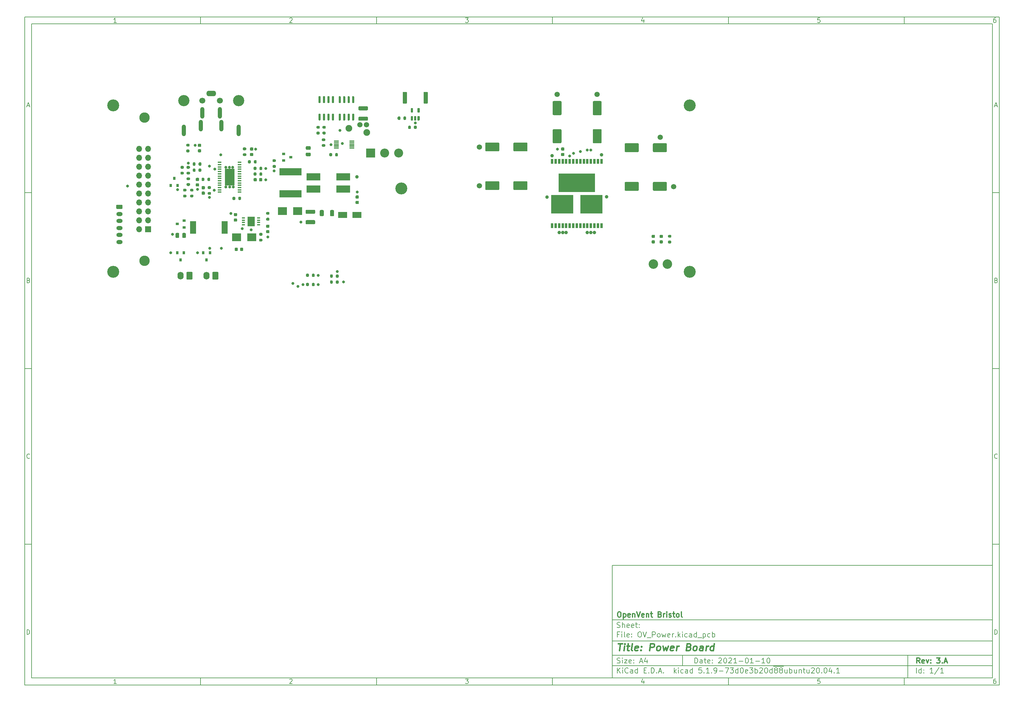
<source format=gbr>
%TF.GenerationSoftware,KiCad,Pcbnew,5.1.9-73d0e3b20d~88~ubuntu20.04.1*%
%TF.CreationDate,2021-01-10T19:14:23-05:00*%
%TF.ProjectId,OV_Power,4f565f50-6f77-4657-922e-6b696361645f,3.A*%
%TF.SameCoordinates,Original*%
%TF.FileFunction,Soldermask,Top*%
%TF.FilePolarity,Negative*%
%FSLAX46Y46*%
G04 Gerber Fmt 4.6, Leading zero omitted, Abs format (unit mm)*
G04 Created by KiCad (PCBNEW 5.1.9-73d0e3b20d~88~ubuntu20.04.1) date 2021-01-10 19:14:23*
%MOMM*%
%LPD*%
G01*
G04 APERTURE LIST*
%ADD10C,0.100000*%
%ADD11C,0.150000*%
%ADD12C,0.300000*%
%ADD13C,0.400000*%
%ADD14C,2.550000*%
%ADD15R,2.550000X2.550000*%
%ADD16C,2.700000*%
%ADD17O,1.800000X1.200000*%
%ADD18O,1.740000X2.190000*%
%ADD19C,3.400000*%
%ADD20C,3.200000*%
%ADD21O,1.200000X3.300000*%
%ADD22C,1.700000*%
%ADD23O,2.800000X1.600000*%
%ADD24R,0.800000X0.900000*%
%ADD25R,2.500000X1.800000*%
%ADD26C,1.900000*%
%ADD27R,6.310000X2.070000*%
%ADD28R,4.000000X2.000000*%
%ADD29R,1.800000X3.600000*%
%ADD30R,1.400000X0.300000*%
%ADD31R,6.230000X5.250000*%
%ADD32R,10.300000X5.250000*%
%ADD33R,0.660000X1.350000*%
%ADD34R,2.083000X2.794000*%
%ADD35R,0.889000X0.420000*%
%ADD36R,1.370000X1.187500*%
%ADD37R,1.100000X0.400000*%
%ADD38R,0.900000X0.800000*%
%ADD39C,2.950000*%
%ADD40O,1.700000X1.700000*%
%ADD41R,1.700000X1.700000*%
%ADD42R,2.500000X2.300000*%
%ADD43C,0.800000*%
%ADD44C,1.500000*%
%ADD45C,1.000000*%
G04 APERTURE END LIST*
D10*
D11*
X177002200Y-166007200D02*
X177002200Y-198007200D01*
X285002200Y-198007200D01*
X285002200Y-166007200D01*
X177002200Y-166007200D01*
D10*
D11*
X10000000Y-10000000D02*
X10000000Y-200007200D01*
X287002200Y-200007200D01*
X287002200Y-10000000D01*
X10000000Y-10000000D01*
D10*
D11*
X12000000Y-12000000D02*
X12000000Y-198007200D01*
X285002200Y-198007200D01*
X285002200Y-12000000D01*
X12000000Y-12000000D01*
D10*
D11*
X60000000Y-12000000D02*
X60000000Y-10000000D01*
D10*
D11*
X110000000Y-12000000D02*
X110000000Y-10000000D01*
D10*
D11*
X160000000Y-12000000D02*
X160000000Y-10000000D01*
D10*
D11*
X210000000Y-12000000D02*
X210000000Y-10000000D01*
D10*
D11*
X260000000Y-12000000D02*
X260000000Y-10000000D01*
D10*
D11*
X36065476Y-11588095D02*
X35322619Y-11588095D01*
X35694047Y-11588095D02*
X35694047Y-10288095D01*
X35570238Y-10473809D01*
X35446428Y-10597619D01*
X35322619Y-10659523D01*
D10*
D11*
X85322619Y-10411904D02*
X85384523Y-10350000D01*
X85508333Y-10288095D01*
X85817857Y-10288095D01*
X85941666Y-10350000D01*
X86003571Y-10411904D01*
X86065476Y-10535714D01*
X86065476Y-10659523D01*
X86003571Y-10845238D01*
X85260714Y-11588095D01*
X86065476Y-11588095D01*
D10*
D11*
X135260714Y-10288095D02*
X136065476Y-10288095D01*
X135632142Y-10783333D01*
X135817857Y-10783333D01*
X135941666Y-10845238D01*
X136003571Y-10907142D01*
X136065476Y-11030952D01*
X136065476Y-11340476D01*
X136003571Y-11464285D01*
X135941666Y-11526190D01*
X135817857Y-11588095D01*
X135446428Y-11588095D01*
X135322619Y-11526190D01*
X135260714Y-11464285D01*
D10*
D11*
X185941666Y-10721428D02*
X185941666Y-11588095D01*
X185632142Y-10226190D02*
X185322619Y-11154761D01*
X186127380Y-11154761D01*
D10*
D11*
X236003571Y-10288095D02*
X235384523Y-10288095D01*
X235322619Y-10907142D01*
X235384523Y-10845238D01*
X235508333Y-10783333D01*
X235817857Y-10783333D01*
X235941666Y-10845238D01*
X236003571Y-10907142D01*
X236065476Y-11030952D01*
X236065476Y-11340476D01*
X236003571Y-11464285D01*
X235941666Y-11526190D01*
X235817857Y-11588095D01*
X235508333Y-11588095D01*
X235384523Y-11526190D01*
X235322619Y-11464285D01*
D10*
D11*
X285941666Y-10288095D02*
X285694047Y-10288095D01*
X285570238Y-10350000D01*
X285508333Y-10411904D01*
X285384523Y-10597619D01*
X285322619Y-10845238D01*
X285322619Y-11340476D01*
X285384523Y-11464285D01*
X285446428Y-11526190D01*
X285570238Y-11588095D01*
X285817857Y-11588095D01*
X285941666Y-11526190D01*
X286003571Y-11464285D01*
X286065476Y-11340476D01*
X286065476Y-11030952D01*
X286003571Y-10907142D01*
X285941666Y-10845238D01*
X285817857Y-10783333D01*
X285570238Y-10783333D01*
X285446428Y-10845238D01*
X285384523Y-10907142D01*
X285322619Y-11030952D01*
D10*
D11*
X60000000Y-198007200D02*
X60000000Y-200007200D01*
D10*
D11*
X110000000Y-198007200D02*
X110000000Y-200007200D01*
D10*
D11*
X160000000Y-198007200D02*
X160000000Y-200007200D01*
D10*
D11*
X210000000Y-198007200D02*
X210000000Y-200007200D01*
D10*
D11*
X260000000Y-198007200D02*
X260000000Y-200007200D01*
D10*
D11*
X36065476Y-199595295D02*
X35322619Y-199595295D01*
X35694047Y-199595295D02*
X35694047Y-198295295D01*
X35570238Y-198481009D01*
X35446428Y-198604819D01*
X35322619Y-198666723D01*
D10*
D11*
X85322619Y-198419104D02*
X85384523Y-198357200D01*
X85508333Y-198295295D01*
X85817857Y-198295295D01*
X85941666Y-198357200D01*
X86003571Y-198419104D01*
X86065476Y-198542914D01*
X86065476Y-198666723D01*
X86003571Y-198852438D01*
X85260714Y-199595295D01*
X86065476Y-199595295D01*
D10*
D11*
X135260714Y-198295295D02*
X136065476Y-198295295D01*
X135632142Y-198790533D01*
X135817857Y-198790533D01*
X135941666Y-198852438D01*
X136003571Y-198914342D01*
X136065476Y-199038152D01*
X136065476Y-199347676D01*
X136003571Y-199471485D01*
X135941666Y-199533390D01*
X135817857Y-199595295D01*
X135446428Y-199595295D01*
X135322619Y-199533390D01*
X135260714Y-199471485D01*
D10*
D11*
X185941666Y-198728628D02*
X185941666Y-199595295D01*
X185632142Y-198233390D02*
X185322619Y-199161961D01*
X186127380Y-199161961D01*
D10*
D11*
X236003571Y-198295295D02*
X235384523Y-198295295D01*
X235322619Y-198914342D01*
X235384523Y-198852438D01*
X235508333Y-198790533D01*
X235817857Y-198790533D01*
X235941666Y-198852438D01*
X236003571Y-198914342D01*
X236065476Y-199038152D01*
X236065476Y-199347676D01*
X236003571Y-199471485D01*
X235941666Y-199533390D01*
X235817857Y-199595295D01*
X235508333Y-199595295D01*
X235384523Y-199533390D01*
X235322619Y-199471485D01*
D10*
D11*
X285941666Y-198295295D02*
X285694047Y-198295295D01*
X285570238Y-198357200D01*
X285508333Y-198419104D01*
X285384523Y-198604819D01*
X285322619Y-198852438D01*
X285322619Y-199347676D01*
X285384523Y-199471485D01*
X285446428Y-199533390D01*
X285570238Y-199595295D01*
X285817857Y-199595295D01*
X285941666Y-199533390D01*
X286003571Y-199471485D01*
X286065476Y-199347676D01*
X286065476Y-199038152D01*
X286003571Y-198914342D01*
X285941666Y-198852438D01*
X285817857Y-198790533D01*
X285570238Y-198790533D01*
X285446428Y-198852438D01*
X285384523Y-198914342D01*
X285322619Y-199038152D01*
D10*
D11*
X10000000Y-60000000D02*
X12000000Y-60000000D01*
D10*
D11*
X10000000Y-110000000D02*
X12000000Y-110000000D01*
D10*
D11*
X10000000Y-160000000D02*
X12000000Y-160000000D01*
D10*
D11*
X10690476Y-35216666D02*
X11309523Y-35216666D01*
X10566666Y-35588095D02*
X11000000Y-34288095D01*
X11433333Y-35588095D01*
D10*
D11*
X11092857Y-84907142D02*
X11278571Y-84969047D01*
X11340476Y-85030952D01*
X11402380Y-85154761D01*
X11402380Y-85340476D01*
X11340476Y-85464285D01*
X11278571Y-85526190D01*
X11154761Y-85588095D01*
X10659523Y-85588095D01*
X10659523Y-84288095D01*
X11092857Y-84288095D01*
X11216666Y-84350000D01*
X11278571Y-84411904D01*
X11340476Y-84535714D01*
X11340476Y-84659523D01*
X11278571Y-84783333D01*
X11216666Y-84845238D01*
X11092857Y-84907142D01*
X10659523Y-84907142D01*
D10*
D11*
X11402380Y-135464285D02*
X11340476Y-135526190D01*
X11154761Y-135588095D01*
X11030952Y-135588095D01*
X10845238Y-135526190D01*
X10721428Y-135402380D01*
X10659523Y-135278571D01*
X10597619Y-135030952D01*
X10597619Y-134845238D01*
X10659523Y-134597619D01*
X10721428Y-134473809D01*
X10845238Y-134350000D01*
X11030952Y-134288095D01*
X11154761Y-134288095D01*
X11340476Y-134350000D01*
X11402380Y-134411904D01*
D10*
D11*
X10659523Y-185588095D02*
X10659523Y-184288095D01*
X10969047Y-184288095D01*
X11154761Y-184350000D01*
X11278571Y-184473809D01*
X11340476Y-184597619D01*
X11402380Y-184845238D01*
X11402380Y-185030952D01*
X11340476Y-185278571D01*
X11278571Y-185402380D01*
X11154761Y-185526190D01*
X10969047Y-185588095D01*
X10659523Y-185588095D01*
D10*
D11*
X287002200Y-60000000D02*
X285002200Y-60000000D01*
D10*
D11*
X287002200Y-110000000D02*
X285002200Y-110000000D01*
D10*
D11*
X287002200Y-160000000D02*
X285002200Y-160000000D01*
D10*
D11*
X285692676Y-35216666D02*
X286311723Y-35216666D01*
X285568866Y-35588095D02*
X286002200Y-34288095D01*
X286435533Y-35588095D01*
D10*
D11*
X286095057Y-84907142D02*
X286280771Y-84969047D01*
X286342676Y-85030952D01*
X286404580Y-85154761D01*
X286404580Y-85340476D01*
X286342676Y-85464285D01*
X286280771Y-85526190D01*
X286156961Y-85588095D01*
X285661723Y-85588095D01*
X285661723Y-84288095D01*
X286095057Y-84288095D01*
X286218866Y-84350000D01*
X286280771Y-84411904D01*
X286342676Y-84535714D01*
X286342676Y-84659523D01*
X286280771Y-84783333D01*
X286218866Y-84845238D01*
X286095057Y-84907142D01*
X285661723Y-84907142D01*
D10*
D11*
X286404580Y-135464285D02*
X286342676Y-135526190D01*
X286156961Y-135588095D01*
X286033152Y-135588095D01*
X285847438Y-135526190D01*
X285723628Y-135402380D01*
X285661723Y-135278571D01*
X285599819Y-135030952D01*
X285599819Y-134845238D01*
X285661723Y-134597619D01*
X285723628Y-134473809D01*
X285847438Y-134350000D01*
X286033152Y-134288095D01*
X286156961Y-134288095D01*
X286342676Y-134350000D01*
X286404580Y-134411904D01*
D10*
D11*
X285661723Y-185588095D02*
X285661723Y-184288095D01*
X285971247Y-184288095D01*
X286156961Y-184350000D01*
X286280771Y-184473809D01*
X286342676Y-184597619D01*
X286404580Y-184845238D01*
X286404580Y-185030952D01*
X286342676Y-185278571D01*
X286280771Y-185402380D01*
X286156961Y-185526190D01*
X285971247Y-185588095D01*
X285661723Y-185588095D01*
D10*
D11*
X200434342Y-193785771D02*
X200434342Y-192285771D01*
X200791485Y-192285771D01*
X201005771Y-192357200D01*
X201148628Y-192500057D01*
X201220057Y-192642914D01*
X201291485Y-192928628D01*
X201291485Y-193142914D01*
X201220057Y-193428628D01*
X201148628Y-193571485D01*
X201005771Y-193714342D01*
X200791485Y-193785771D01*
X200434342Y-193785771D01*
X202577200Y-193785771D02*
X202577200Y-193000057D01*
X202505771Y-192857200D01*
X202362914Y-192785771D01*
X202077200Y-192785771D01*
X201934342Y-192857200D01*
X202577200Y-193714342D02*
X202434342Y-193785771D01*
X202077200Y-193785771D01*
X201934342Y-193714342D01*
X201862914Y-193571485D01*
X201862914Y-193428628D01*
X201934342Y-193285771D01*
X202077200Y-193214342D01*
X202434342Y-193214342D01*
X202577200Y-193142914D01*
X203077200Y-192785771D02*
X203648628Y-192785771D01*
X203291485Y-192285771D02*
X203291485Y-193571485D01*
X203362914Y-193714342D01*
X203505771Y-193785771D01*
X203648628Y-193785771D01*
X204720057Y-193714342D02*
X204577200Y-193785771D01*
X204291485Y-193785771D01*
X204148628Y-193714342D01*
X204077200Y-193571485D01*
X204077200Y-193000057D01*
X204148628Y-192857200D01*
X204291485Y-192785771D01*
X204577200Y-192785771D01*
X204720057Y-192857200D01*
X204791485Y-193000057D01*
X204791485Y-193142914D01*
X204077200Y-193285771D01*
X205434342Y-193642914D02*
X205505771Y-193714342D01*
X205434342Y-193785771D01*
X205362914Y-193714342D01*
X205434342Y-193642914D01*
X205434342Y-193785771D01*
X205434342Y-192857200D02*
X205505771Y-192928628D01*
X205434342Y-193000057D01*
X205362914Y-192928628D01*
X205434342Y-192857200D01*
X205434342Y-193000057D01*
X207220057Y-192428628D02*
X207291485Y-192357200D01*
X207434342Y-192285771D01*
X207791485Y-192285771D01*
X207934342Y-192357200D01*
X208005771Y-192428628D01*
X208077200Y-192571485D01*
X208077200Y-192714342D01*
X208005771Y-192928628D01*
X207148628Y-193785771D01*
X208077200Y-193785771D01*
X209005771Y-192285771D02*
X209148628Y-192285771D01*
X209291485Y-192357200D01*
X209362914Y-192428628D01*
X209434342Y-192571485D01*
X209505771Y-192857200D01*
X209505771Y-193214342D01*
X209434342Y-193500057D01*
X209362914Y-193642914D01*
X209291485Y-193714342D01*
X209148628Y-193785771D01*
X209005771Y-193785771D01*
X208862914Y-193714342D01*
X208791485Y-193642914D01*
X208720057Y-193500057D01*
X208648628Y-193214342D01*
X208648628Y-192857200D01*
X208720057Y-192571485D01*
X208791485Y-192428628D01*
X208862914Y-192357200D01*
X209005771Y-192285771D01*
X210077200Y-192428628D02*
X210148628Y-192357200D01*
X210291485Y-192285771D01*
X210648628Y-192285771D01*
X210791485Y-192357200D01*
X210862914Y-192428628D01*
X210934342Y-192571485D01*
X210934342Y-192714342D01*
X210862914Y-192928628D01*
X210005771Y-193785771D01*
X210934342Y-193785771D01*
X212362914Y-193785771D02*
X211505771Y-193785771D01*
X211934342Y-193785771D02*
X211934342Y-192285771D01*
X211791485Y-192500057D01*
X211648628Y-192642914D01*
X211505771Y-192714342D01*
X213005771Y-193214342D02*
X214148628Y-193214342D01*
X215148628Y-192285771D02*
X215291485Y-192285771D01*
X215434342Y-192357200D01*
X215505771Y-192428628D01*
X215577200Y-192571485D01*
X215648628Y-192857200D01*
X215648628Y-193214342D01*
X215577200Y-193500057D01*
X215505771Y-193642914D01*
X215434342Y-193714342D01*
X215291485Y-193785771D01*
X215148628Y-193785771D01*
X215005771Y-193714342D01*
X214934342Y-193642914D01*
X214862914Y-193500057D01*
X214791485Y-193214342D01*
X214791485Y-192857200D01*
X214862914Y-192571485D01*
X214934342Y-192428628D01*
X215005771Y-192357200D01*
X215148628Y-192285771D01*
X217077200Y-193785771D02*
X216220057Y-193785771D01*
X216648628Y-193785771D02*
X216648628Y-192285771D01*
X216505771Y-192500057D01*
X216362914Y-192642914D01*
X216220057Y-192714342D01*
X217720057Y-193214342D02*
X218862914Y-193214342D01*
X220362914Y-193785771D02*
X219505771Y-193785771D01*
X219934342Y-193785771D02*
X219934342Y-192285771D01*
X219791485Y-192500057D01*
X219648628Y-192642914D01*
X219505771Y-192714342D01*
X221291485Y-192285771D02*
X221434342Y-192285771D01*
X221577200Y-192357200D01*
X221648628Y-192428628D01*
X221720057Y-192571485D01*
X221791485Y-192857200D01*
X221791485Y-193214342D01*
X221720057Y-193500057D01*
X221648628Y-193642914D01*
X221577200Y-193714342D01*
X221434342Y-193785771D01*
X221291485Y-193785771D01*
X221148628Y-193714342D01*
X221077200Y-193642914D01*
X221005771Y-193500057D01*
X220934342Y-193214342D01*
X220934342Y-192857200D01*
X221005771Y-192571485D01*
X221077200Y-192428628D01*
X221148628Y-192357200D01*
X221291485Y-192285771D01*
D10*
D11*
X177002200Y-194507200D02*
X285002200Y-194507200D01*
D10*
D11*
X178434342Y-196585771D02*
X178434342Y-195085771D01*
X179291485Y-196585771D02*
X178648628Y-195728628D01*
X179291485Y-195085771D02*
X178434342Y-195942914D01*
X179934342Y-196585771D02*
X179934342Y-195585771D01*
X179934342Y-195085771D02*
X179862914Y-195157200D01*
X179934342Y-195228628D01*
X180005771Y-195157200D01*
X179934342Y-195085771D01*
X179934342Y-195228628D01*
X181505771Y-196442914D02*
X181434342Y-196514342D01*
X181220057Y-196585771D01*
X181077200Y-196585771D01*
X180862914Y-196514342D01*
X180720057Y-196371485D01*
X180648628Y-196228628D01*
X180577200Y-195942914D01*
X180577200Y-195728628D01*
X180648628Y-195442914D01*
X180720057Y-195300057D01*
X180862914Y-195157200D01*
X181077200Y-195085771D01*
X181220057Y-195085771D01*
X181434342Y-195157200D01*
X181505771Y-195228628D01*
X182791485Y-196585771D02*
X182791485Y-195800057D01*
X182720057Y-195657200D01*
X182577200Y-195585771D01*
X182291485Y-195585771D01*
X182148628Y-195657200D01*
X182791485Y-196514342D02*
X182648628Y-196585771D01*
X182291485Y-196585771D01*
X182148628Y-196514342D01*
X182077200Y-196371485D01*
X182077200Y-196228628D01*
X182148628Y-196085771D01*
X182291485Y-196014342D01*
X182648628Y-196014342D01*
X182791485Y-195942914D01*
X184148628Y-196585771D02*
X184148628Y-195085771D01*
X184148628Y-196514342D02*
X184005771Y-196585771D01*
X183720057Y-196585771D01*
X183577200Y-196514342D01*
X183505771Y-196442914D01*
X183434342Y-196300057D01*
X183434342Y-195871485D01*
X183505771Y-195728628D01*
X183577200Y-195657200D01*
X183720057Y-195585771D01*
X184005771Y-195585771D01*
X184148628Y-195657200D01*
X186005771Y-195800057D02*
X186505771Y-195800057D01*
X186720057Y-196585771D02*
X186005771Y-196585771D01*
X186005771Y-195085771D01*
X186720057Y-195085771D01*
X187362914Y-196442914D02*
X187434342Y-196514342D01*
X187362914Y-196585771D01*
X187291485Y-196514342D01*
X187362914Y-196442914D01*
X187362914Y-196585771D01*
X188077200Y-196585771D02*
X188077200Y-195085771D01*
X188434342Y-195085771D01*
X188648628Y-195157200D01*
X188791485Y-195300057D01*
X188862914Y-195442914D01*
X188934342Y-195728628D01*
X188934342Y-195942914D01*
X188862914Y-196228628D01*
X188791485Y-196371485D01*
X188648628Y-196514342D01*
X188434342Y-196585771D01*
X188077200Y-196585771D01*
X189577200Y-196442914D02*
X189648628Y-196514342D01*
X189577200Y-196585771D01*
X189505771Y-196514342D01*
X189577200Y-196442914D01*
X189577200Y-196585771D01*
X190220057Y-196157200D02*
X190934342Y-196157200D01*
X190077200Y-196585771D02*
X190577200Y-195085771D01*
X191077200Y-196585771D01*
X191577200Y-196442914D02*
X191648628Y-196514342D01*
X191577200Y-196585771D01*
X191505771Y-196514342D01*
X191577200Y-196442914D01*
X191577200Y-196585771D01*
X194577200Y-196585771D02*
X194577200Y-195085771D01*
X194720057Y-196014342D02*
X195148628Y-196585771D01*
X195148628Y-195585771D02*
X194577200Y-196157200D01*
X195791485Y-196585771D02*
X195791485Y-195585771D01*
X195791485Y-195085771D02*
X195720057Y-195157200D01*
X195791485Y-195228628D01*
X195862914Y-195157200D01*
X195791485Y-195085771D01*
X195791485Y-195228628D01*
X197148628Y-196514342D02*
X197005771Y-196585771D01*
X196720057Y-196585771D01*
X196577200Y-196514342D01*
X196505771Y-196442914D01*
X196434342Y-196300057D01*
X196434342Y-195871485D01*
X196505771Y-195728628D01*
X196577200Y-195657200D01*
X196720057Y-195585771D01*
X197005771Y-195585771D01*
X197148628Y-195657200D01*
X198434342Y-196585771D02*
X198434342Y-195800057D01*
X198362914Y-195657200D01*
X198220057Y-195585771D01*
X197934342Y-195585771D01*
X197791485Y-195657200D01*
X198434342Y-196514342D02*
X198291485Y-196585771D01*
X197934342Y-196585771D01*
X197791485Y-196514342D01*
X197720057Y-196371485D01*
X197720057Y-196228628D01*
X197791485Y-196085771D01*
X197934342Y-196014342D01*
X198291485Y-196014342D01*
X198434342Y-195942914D01*
X199791485Y-196585771D02*
X199791485Y-195085771D01*
X199791485Y-196514342D02*
X199648628Y-196585771D01*
X199362914Y-196585771D01*
X199220057Y-196514342D01*
X199148628Y-196442914D01*
X199077200Y-196300057D01*
X199077200Y-195871485D01*
X199148628Y-195728628D01*
X199220057Y-195657200D01*
X199362914Y-195585771D01*
X199648628Y-195585771D01*
X199791485Y-195657200D01*
X202362914Y-195085771D02*
X201648628Y-195085771D01*
X201577200Y-195800057D01*
X201648628Y-195728628D01*
X201791485Y-195657200D01*
X202148628Y-195657200D01*
X202291485Y-195728628D01*
X202362914Y-195800057D01*
X202434342Y-195942914D01*
X202434342Y-196300057D01*
X202362914Y-196442914D01*
X202291485Y-196514342D01*
X202148628Y-196585771D01*
X201791485Y-196585771D01*
X201648628Y-196514342D01*
X201577200Y-196442914D01*
X203077200Y-196442914D02*
X203148628Y-196514342D01*
X203077200Y-196585771D01*
X203005771Y-196514342D01*
X203077200Y-196442914D01*
X203077200Y-196585771D01*
X204577200Y-196585771D02*
X203720057Y-196585771D01*
X204148628Y-196585771D02*
X204148628Y-195085771D01*
X204005771Y-195300057D01*
X203862914Y-195442914D01*
X203720057Y-195514342D01*
X205220057Y-196442914D02*
X205291485Y-196514342D01*
X205220057Y-196585771D01*
X205148628Y-196514342D01*
X205220057Y-196442914D01*
X205220057Y-196585771D01*
X206005771Y-196585771D02*
X206291485Y-196585771D01*
X206434342Y-196514342D01*
X206505771Y-196442914D01*
X206648628Y-196228628D01*
X206720057Y-195942914D01*
X206720057Y-195371485D01*
X206648628Y-195228628D01*
X206577200Y-195157200D01*
X206434342Y-195085771D01*
X206148628Y-195085771D01*
X206005771Y-195157200D01*
X205934342Y-195228628D01*
X205862914Y-195371485D01*
X205862914Y-195728628D01*
X205934342Y-195871485D01*
X206005771Y-195942914D01*
X206148628Y-196014342D01*
X206434342Y-196014342D01*
X206577200Y-195942914D01*
X206648628Y-195871485D01*
X206720057Y-195728628D01*
X207362914Y-196014342D02*
X208505771Y-196014342D01*
X209077200Y-195085771D02*
X210077200Y-195085771D01*
X209434342Y-196585771D01*
X210505771Y-195085771D02*
X211434342Y-195085771D01*
X210934342Y-195657200D01*
X211148628Y-195657200D01*
X211291485Y-195728628D01*
X211362914Y-195800057D01*
X211434342Y-195942914D01*
X211434342Y-196300057D01*
X211362914Y-196442914D01*
X211291485Y-196514342D01*
X211148628Y-196585771D01*
X210720057Y-196585771D01*
X210577200Y-196514342D01*
X210505771Y-196442914D01*
X212720057Y-196585771D02*
X212720057Y-195085771D01*
X212720057Y-196514342D02*
X212577200Y-196585771D01*
X212291485Y-196585771D01*
X212148628Y-196514342D01*
X212077200Y-196442914D01*
X212005771Y-196300057D01*
X212005771Y-195871485D01*
X212077200Y-195728628D01*
X212148628Y-195657200D01*
X212291485Y-195585771D01*
X212577200Y-195585771D01*
X212720057Y-195657200D01*
X213720057Y-195085771D02*
X213862914Y-195085771D01*
X214005771Y-195157200D01*
X214077200Y-195228628D01*
X214148628Y-195371485D01*
X214220057Y-195657200D01*
X214220057Y-196014342D01*
X214148628Y-196300057D01*
X214077200Y-196442914D01*
X214005771Y-196514342D01*
X213862914Y-196585771D01*
X213720057Y-196585771D01*
X213577200Y-196514342D01*
X213505771Y-196442914D01*
X213434342Y-196300057D01*
X213362914Y-196014342D01*
X213362914Y-195657200D01*
X213434342Y-195371485D01*
X213505771Y-195228628D01*
X213577200Y-195157200D01*
X213720057Y-195085771D01*
X215434342Y-196514342D02*
X215291485Y-196585771D01*
X215005771Y-196585771D01*
X214862914Y-196514342D01*
X214791485Y-196371485D01*
X214791485Y-195800057D01*
X214862914Y-195657200D01*
X215005771Y-195585771D01*
X215291485Y-195585771D01*
X215434342Y-195657200D01*
X215505771Y-195800057D01*
X215505771Y-195942914D01*
X214791485Y-196085771D01*
X216005771Y-195085771D02*
X216934342Y-195085771D01*
X216434342Y-195657200D01*
X216648628Y-195657200D01*
X216791485Y-195728628D01*
X216862914Y-195800057D01*
X216934342Y-195942914D01*
X216934342Y-196300057D01*
X216862914Y-196442914D01*
X216791485Y-196514342D01*
X216648628Y-196585771D01*
X216220057Y-196585771D01*
X216077200Y-196514342D01*
X216005771Y-196442914D01*
X217577200Y-196585771D02*
X217577200Y-195085771D01*
X217577200Y-195657200D02*
X217720057Y-195585771D01*
X218005771Y-195585771D01*
X218148628Y-195657200D01*
X218220057Y-195728628D01*
X218291485Y-195871485D01*
X218291485Y-196300057D01*
X218220057Y-196442914D01*
X218148628Y-196514342D01*
X218005771Y-196585771D01*
X217720057Y-196585771D01*
X217577200Y-196514342D01*
X218862914Y-195228628D02*
X218934342Y-195157200D01*
X219077200Y-195085771D01*
X219434342Y-195085771D01*
X219577200Y-195157200D01*
X219648628Y-195228628D01*
X219720057Y-195371485D01*
X219720057Y-195514342D01*
X219648628Y-195728628D01*
X218791485Y-196585771D01*
X219720057Y-196585771D01*
X220648628Y-195085771D02*
X220791485Y-195085771D01*
X220934342Y-195157200D01*
X221005771Y-195228628D01*
X221077200Y-195371485D01*
X221148628Y-195657200D01*
X221148628Y-196014342D01*
X221077200Y-196300057D01*
X221005771Y-196442914D01*
X220934342Y-196514342D01*
X220791485Y-196585771D01*
X220648628Y-196585771D01*
X220505771Y-196514342D01*
X220434342Y-196442914D01*
X220362914Y-196300057D01*
X220291485Y-196014342D01*
X220291485Y-195657200D01*
X220362914Y-195371485D01*
X220434342Y-195228628D01*
X220505771Y-195157200D01*
X220648628Y-195085771D01*
X222434342Y-196585771D02*
X222434342Y-195085771D01*
X222434342Y-196514342D02*
X222291485Y-196585771D01*
X222005771Y-196585771D01*
X221862914Y-196514342D01*
X221791485Y-196442914D01*
X221720057Y-196300057D01*
X221720057Y-195871485D01*
X221791485Y-195728628D01*
X221862914Y-195657200D01*
X222005771Y-195585771D01*
X222291485Y-195585771D01*
X222434342Y-195657200D01*
X222791485Y-194677200D02*
X224220057Y-194677200D01*
X223362914Y-195728628D02*
X223220057Y-195657200D01*
X223148628Y-195585771D01*
X223077200Y-195442914D01*
X223077200Y-195371485D01*
X223148628Y-195228628D01*
X223220057Y-195157200D01*
X223362914Y-195085771D01*
X223648628Y-195085771D01*
X223791485Y-195157200D01*
X223862914Y-195228628D01*
X223934342Y-195371485D01*
X223934342Y-195442914D01*
X223862914Y-195585771D01*
X223791485Y-195657200D01*
X223648628Y-195728628D01*
X223362914Y-195728628D01*
X223220057Y-195800057D01*
X223148628Y-195871485D01*
X223077200Y-196014342D01*
X223077200Y-196300057D01*
X223148628Y-196442914D01*
X223220057Y-196514342D01*
X223362914Y-196585771D01*
X223648628Y-196585771D01*
X223791485Y-196514342D01*
X223862914Y-196442914D01*
X223934342Y-196300057D01*
X223934342Y-196014342D01*
X223862914Y-195871485D01*
X223791485Y-195800057D01*
X223648628Y-195728628D01*
X224220057Y-194677200D02*
X225648628Y-194677200D01*
X224791485Y-195728628D02*
X224648628Y-195657200D01*
X224577200Y-195585771D01*
X224505771Y-195442914D01*
X224505771Y-195371485D01*
X224577200Y-195228628D01*
X224648628Y-195157200D01*
X224791485Y-195085771D01*
X225077200Y-195085771D01*
X225220057Y-195157200D01*
X225291485Y-195228628D01*
X225362914Y-195371485D01*
X225362914Y-195442914D01*
X225291485Y-195585771D01*
X225220057Y-195657200D01*
X225077200Y-195728628D01*
X224791485Y-195728628D01*
X224648628Y-195800057D01*
X224577200Y-195871485D01*
X224505771Y-196014342D01*
X224505771Y-196300057D01*
X224577200Y-196442914D01*
X224648628Y-196514342D01*
X224791485Y-196585771D01*
X225077200Y-196585771D01*
X225220057Y-196514342D01*
X225291485Y-196442914D01*
X225362914Y-196300057D01*
X225362914Y-196014342D01*
X225291485Y-195871485D01*
X225220057Y-195800057D01*
X225077200Y-195728628D01*
X226648628Y-195585771D02*
X226648628Y-196585771D01*
X226005771Y-195585771D02*
X226005771Y-196371485D01*
X226077199Y-196514342D01*
X226220057Y-196585771D01*
X226434342Y-196585771D01*
X226577199Y-196514342D01*
X226648628Y-196442914D01*
X227362914Y-196585771D02*
X227362914Y-195085771D01*
X227362914Y-195657200D02*
X227505771Y-195585771D01*
X227791485Y-195585771D01*
X227934342Y-195657200D01*
X228005771Y-195728628D01*
X228077200Y-195871485D01*
X228077200Y-196300057D01*
X228005771Y-196442914D01*
X227934342Y-196514342D01*
X227791485Y-196585771D01*
X227505771Y-196585771D01*
X227362914Y-196514342D01*
X229362914Y-195585771D02*
X229362914Y-196585771D01*
X228720057Y-195585771D02*
X228720057Y-196371485D01*
X228791485Y-196514342D01*
X228934342Y-196585771D01*
X229148628Y-196585771D01*
X229291485Y-196514342D01*
X229362914Y-196442914D01*
X230077200Y-195585771D02*
X230077200Y-196585771D01*
X230077200Y-195728628D02*
X230148628Y-195657200D01*
X230291485Y-195585771D01*
X230505771Y-195585771D01*
X230648628Y-195657200D01*
X230720057Y-195800057D01*
X230720057Y-196585771D01*
X231220057Y-195585771D02*
X231791485Y-195585771D01*
X231434342Y-195085771D02*
X231434342Y-196371485D01*
X231505771Y-196514342D01*
X231648628Y-196585771D01*
X231791485Y-196585771D01*
X232934342Y-195585771D02*
X232934342Y-196585771D01*
X232291485Y-195585771D02*
X232291485Y-196371485D01*
X232362914Y-196514342D01*
X232505771Y-196585771D01*
X232720057Y-196585771D01*
X232862914Y-196514342D01*
X232934342Y-196442914D01*
X233577200Y-195228628D02*
X233648628Y-195157200D01*
X233791485Y-195085771D01*
X234148628Y-195085771D01*
X234291485Y-195157200D01*
X234362914Y-195228628D01*
X234434342Y-195371485D01*
X234434342Y-195514342D01*
X234362914Y-195728628D01*
X233505771Y-196585771D01*
X234434342Y-196585771D01*
X235362914Y-195085771D02*
X235505771Y-195085771D01*
X235648628Y-195157200D01*
X235720057Y-195228628D01*
X235791485Y-195371485D01*
X235862914Y-195657200D01*
X235862914Y-196014342D01*
X235791485Y-196300057D01*
X235720057Y-196442914D01*
X235648628Y-196514342D01*
X235505771Y-196585771D01*
X235362914Y-196585771D01*
X235220057Y-196514342D01*
X235148628Y-196442914D01*
X235077200Y-196300057D01*
X235005771Y-196014342D01*
X235005771Y-195657200D01*
X235077200Y-195371485D01*
X235148628Y-195228628D01*
X235220057Y-195157200D01*
X235362914Y-195085771D01*
X236505771Y-196442914D02*
X236577199Y-196514342D01*
X236505771Y-196585771D01*
X236434342Y-196514342D01*
X236505771Y-196442914D01*
X236505771Y-196585771D01*
X237505771Y-195085771D02*
X237648628Y-195085771D01*
X237791485Y-195157200D01*
X237862914Y-195228628D01*
X237934342Y-195371485D01*
X238005771Y-195657200D01*
X238005771Y-196014342D01*
X237934342Y-196300057D01*
X237862914Y-196442914D01*
X237791485Y-196514342D01*
X237648628Y-196585771D01*
X237505771Y-196585771D01*
X237362914Y-196514342D01*
X237291485Y-196442914D01*
X237220057Y-196300057D01*
X237148628Y-196014342D01*
X237148628Y-195657200D01*
X237220057Y-195371485D01*
X237291485Y-195228628D01*
X237362914Y-195157200D01*
X237505771Y-195085771D01*
X239291485Y-195585771D02*
X239291485Y-196585771D01*
X238934342Y-195014342D02*
X238577199Y-196085771D01*
X239505771Y-196085771D01*
X240077199Y-196442914D02*
X240148628Y-196514342D01*
X240077199Y-196585771D01*
X240005771Y-196514342D01*
X240077199Y-196442914D01*
X240077199Y-196585771D01*
X241577199Y-196585771D02*
X240720057Y-196585771D01*
X241148628Y-196585771D02*
X241148628Y-195085771D01*
X241005771Y-195300057D01*
X240862914Y-195442914D01*
X240720057Y-195514342D01*
D10*
D11*
X177002200Y-191507200D02*
X285002200Y-191507200D01*
D10*
D12*
X264411485Y-193785771D02*
X263911485Y-193071485D01*
X263554342Y-193785771D02*
X263554342Y-192285771D01*
X264125771Y-192285771D01*
X264268628Y-192357200D01*
X264340057Y-192428628D01*
X264411485Y-192571485D01*
X264411485Y-192785771D01*
X264340057Y-192928628D01*
X264268628Y-193000057D01*
X264125771Y-193071485D01*
X263554342Y-193071485D01*
X265625771Y-193714342D02*
X265482914Y-193785771D01*
X265197200Y-193785771D01*
X265054342Y-193714342D01*
X264982914Y-193571485D01*
X264982914Y-193000057D01*
X265054342Y-192857200D01*
X265197200Y-192785771D01*
X265482914Y-192785771D01*
X265625771Y-192857200D01*
X265697200Y-193000057D01*
X265697200Y-193142914D01*
X264982914Y-193285771D01*
X266197200Y-192785771D02*
X266554342Y-193785771D01*
X266911485Y-192785771D01*
X267482914Y-193642914D02*
X267554342Y-193714342D01*
X267482914Y-193785771D01*
X267411485Y-193714342D01*
X267482914Y-193642914D01*
X267482914Y-193785771D01*
X267482914Y-192857200D02*
X267554342Y-192928628D01*
X267482914Y-193000057D01*
X267411485Y-192928628D01*
X267482914Y-192857200D01*
X267482914Y-193000057D01*
X269197200Y-192285771D02*
X270125771Y-192285771D01*
X269625771Y-192857200D01*
X269840057Y-192857200D01*
X269982914Y-192928628D01*
X270054342Y-193000057D01*
X270125771Y-193142914D01*
X270125771Y-193500057D01*
X270054342Y-193642914D01*
X269982914Y-193714342D01*
X269840057Y-193785771D01*
X269411485Y-193785771D01*
X269268628Y-193714342D01*
X269197200Y-193642914D01*
X270768628Y-193642914D02*
X270840057Y-193714342D01*
X270768628Y-193785771D01*
X270697200Y-193714342D01*
X270768628Y-193642914D01*
X270768628Y-193785771D01*
X271411485Y-193357200D02*
X272125771Y-193357200D01*
X271268628Y-193785771D02*
X271768628Y-192285771D01*
X272268628Y-193785771D01*
D10*
D11*
X178362914Y-193714342D02*
X178577200Y-193785771D01*
X178934342Y-193785771D01*
X179077200Y-193714342D01*
X179148628Y-193642914D01*
X179220057Y-193500057D01*
X179220057Y-193357200D01*
X179148628Y-193214342D01*
X179077200Y-193142914D01*
X178934342Y-193071485D01*
X178648628Y-193000057D01*
X178505771Y-192928628D01*
X178434342Y-192857200D01*
X178362914Y-192714342D01*
X178362914Y-192571485D01*
X178434342Y-192428628D01*
X178505771Y-192357200D01*
X178648628Y-192285771D01*
X179005771Y-192285771D01*
X179220057Y-192357200D01*
X179862914Y-193785771D02*
X179862914Y-192785771D01*
X179862914Y-192285771D02*
X179791485Y-192357200D01*
X179862914Y-192428628D01*
X179934342Y-192357200D01*
X179862914Y-192285771D01*
X179862914Y-192428628D01*
X180434342Y-192785771D02*
X181220057Y-192785771D01*
X180434342Y-193785771D01*
X181220057Y-193785771D01*
X182362914Y-193714342D02*
X182220057Y-193785771D01*
X181934342Y-193785771D01*
X181791485Y-193714342D01*
X181720057Y-193571485D01*
X181720057Y-193000057D01*
X181791485Y-192857200D01*
X181934342Y-192785771D01*
X182220057Y-192785771D01*
X182362914Y-192857200D01*
X182434342Y-193000057D01*
X182434342Y-193142914D01*
X181720057Y-193285771D01*
X183077200Y-193642914D02*
X183148628Y-193714342D01*
X183077200Y-193785771D01*
X183005771Y-193714342D01*
X183077200Y-193642914D01*
X183077200Y-193785771D01*
X183077200Y-192857200D02*
X183148628Y-192928628D01*
X183077200Y-193000057D01*
X183005771Y-192928628D01*
X183077200Y-192857200D01*
X183077200Y-193000057D01*
X184862914Y-193357200D02*
X185577200Y-193357200D01*
X184720057Y-193785771D02*
X185220057Y-192285771D01*
X185720057Y-193785771D01*
X186862914Y-192785771D02*
X186862914Y-193785771D01*
X186505771Y-192214342D02*
X186148628Y-193285771D01*
X187077200Y-193285771D01*
D10*
D11*
X263434342Y-196585771D02*
X263434342Y-195085771D01*
X264791485Y-196585771D02*
X264791485Y-195085771D01*
X264791485Y-196514342D02*
X264648628Y-196585771D01*
X264362914Y-196585771D01*
X264220057Y-196514342D01*
X264148628Y-196442914D01*
X264077200Y-196300057D01*
X264077200Y-195871485D01*
X264148628Y-195728628D01*
X264220057Y-195657200D01*
X264362914Y-195585771D01*
X264648628Y-195585771D01*
X264791485Y-195657200D01*
X265505771Y-196442914D02*
X265577200Y-196514342D01*
X265505771Y-196585771D01*
X265434342Y-196514342D01*
X265505771Y-196442914D01*
X265505771Y-196585771D01*
X265505771Y-195657200D02*
X265577200Y-195728628D01*
X265505771Y-195800057D01*
X265434342Y-195728628D01*
X265505771Y-195657200D01*
X265505771Y-195800057D01*
X268148628Y-196585771D02*
X267291485Y-196585771D01*
X267720057Y-196585771D02*
X267720057Y-195085771D01*
X267577200Y-195300057D01*
X267434342Y-195442914D01*
X267291485Y-195514342D01*
X269862914Y-195014342D02*
X268577200Y-196942914D01*
X271148628Y-196585771D02*
X270291485Y-196585771D01*
X270720057Y-196585771D02*
X270720057Y-195085771D01*
X270577200Y-195300057D01*
X270434342Y-195442914D01*
X270291485Y-195514342D01*
D10*
D11*
X177002200Y-187507200D02*
X285002200Y-187507200D01*
D10*
D13*
X178714580Y-188211961D02*
X179857438Y-188211961D01*
X179036009Y-190211961D02*
X179286009Y-188211961D01*
X180274104Y-190211961D02*
X180440771Y-188878628D01*
X180524104Y-188211961D02*
X180416961Y-188307200D01*
X180500295Y-188402438D01*
X180607438Y-188307200D01*
X180524104Y-188211961D01*
X180500295Y-188402438D01*
X181107438Y-188878628D02*
X181869342Y-188878628D01*
X181476485Y-188211961D02*
X181262200Y-189926247D01*
X181333628Y-190116723D01*
X181512200Y-190211961D01*
X181702676Y-190211961D01*
X182655057Y-190211961D02*
X182476485Y-190116723D01*
X182405057Y-189926247D01*
X182619342Y-188211961D01*
X184190771Y-190116723D02*
X183988390Y-190211961D01*
X183607438Y-190211961D01*
X183428866Y-190116723D01*
X183357438Y-189926247D01*
X183452676Y-189164342D01*
X183571723Y-188973866D01*
X183774104Y-188878628D01*
X184155057Y-188878628D01*
X184333628Y-188973866D01*
X184405057Y-189164342D01*
X184381247Y-189354819D01*
X183405057Y-189545295D01*
X185155057Y-190021485D02*
X185238390Y-190116723D01*
X185131247Y-190211961D01*
X185047914Y-190116723D01*
X185155057Y-190021485D01*
X185131247Y-190211961D01*
X185286009Y-188973866D02*
X185369342Y-189069104D01*
X185262200Y-189164342D01*
X185178866Y-189069104D01*
X185286009Y-188973866D01*
X185262200Y-189164342D01*
X187607438Y-190211961D02*
X187857438Y-188211961D01*
X188619342Y-188211961D01*
X188797914Y-188307200D01*
X188881247Y-188402438D01*
X188952676Y-188592914D01*
X188916961Y-188878628D01*
X188797914Y-189069104D01*
X188690771Y-189164342D01*
X188488390Y-189259580D01*
X187726485Y-189259580D01*
X189893152Y-190211961D02*
X189714580Y-190116723D01*
X189631247Y-190021485D01*
X189559819Y-189831009D01*
X189631247Y-189259580D01*
X189750295Y-189069104D01*
X189857438Y-188973866D01*
X190059819Y-188878628D01*
X190345533Y-188878628D01*
X190524104Y-188973866D01*
X190607438Y-189069104D01*
X190678866Y-189259580D01*
X190607438Y-189831009D01*
X190488390Y-190021485D01*
X190381247Y-190116723D01*
X190178866Y-190211961D01*
X189893152Y-190211961D01*
X191393152Y-188878628D02*
X191607438Y-190211961D01*
X192107438Y-189259580D01*
X192369342Y-190211961D01*
X192916961Y-188878628D01*
X194286009Y-190116723D02*
X194083628Y-190211961D01*
X193702676Y-190211961D01*
X193524104Y-190116723D01*
X193452676Y-189926247D01*
X193547914Y-189164342D01*
X193666961Y-188973866D01*
X193869342Y-188878628D01*
X194250295Y-188878628D01*
X194428866Y-188973866D01*
X194500295Y-189164342D01*
X194476485Y-189354819D01*
X193500295Y-189545295D01*
X195226485Y-190211961D02*
X195393152Y-188878628D01*
X195345533Y-189259580D02*
X195464580Y-189069104D01*
X195571723Y-188973866D01*
X195774104Y-188878628D01*
X195964580Y-188878628D01*
X198786009Y-189164342D02*
X199059819Y-189259580D01*
X199143152Y-189354819D01*
X199214580Y-189545295D01*
X199178866Y-189831009D01*
X199059819Y-190021485D01*
X198952676Y-190116723D01*
X198750295Y-190211961D01*
X197988390Y-190211961D01*
X198238390Y-188211961D01*
X198905057Y-188211961D01*
X199083628Y-188307200D01*
X199166961Y-188402438D01*
X199238390Y-188592914D01*
X199214580Y-188783390D01*
X199095533Y-188973866D01*
X198988390Y-189069104D01*
X198786009Y-189164342D01*
X198119342Y-189164342D01*
X200274104Y-190211961D02*
X200095533Y-190116723D01*
X200012200Y-190021485D01*
X199940771Y-189831009D01*
X200012200Y-189259580D01*
X200131247Y-189069104D01*
X200238390Y-188973866D01*
X200440771Y-188878628D01*
X200726485Y-188878628D01*
X200905057Y-188973866D01*
X200988390Y-189069104D01*
X201059819Y-189259580D01*
X200988390Y-189831009D01*
X200869342Y-190021485D01*
X200762200Y-190116723D01*
X200559819Y-190211961D01*
X200274104Y-190211961D01*
X202655057Y-190211961D02*
X202786009Y-189164342D01*
X202714580Y-188973866D01*
X202536009Y-188878628D01*
X202155057Y-188878628D01*
X201952676Y-188973866D01*
X202666961Y-190116723D02*
X202464580Y-190211961D01*
X201988390Y-190211961D01*
X201809819Y-190116723D01*
X201738390Y-189926247D01*
X201762200Y-189735771D01*
X201881247Y-189545295D01*
X202083628Y-189450057D01*
X202559819Y-189450057D01*
X202762200Y-189354819D01*
X203607438Y-190211961D02*
X203774104Y-188878628D01*
X203726485Y-189259580D02*
X203845533Y-189069104D01*
X203952676Y-188973866D01*
X204155057Y-188878628D01*
X204345533Y-188878628D01*
X205702676Y-190211961D02*
X205952676Y-188211961D01*
X205714580Y-190116723D02*
X205512200Y-190211961D01*
X205131247Y-190211961D01*
X204952676Y-190116723D01*
X204869342Y-190021485D01*
X204797914Y-189831009D01*
X204869342Y-189259580D01*
X204988390Y-189069104D01*
X205095533Y-188973866D01*
X205297914Y-188878628D01*
X205678866Y-188878628D01*
X205857438Y-188973866D01*
D10*
D11*
X178934342Y-185600057D02*
X178434342Y-185600057D01*
X178434342Y-186385771D02*
X178434342Y-184885771D01*
X179148628Y-184885771D01*
X179720057Y-186385771D02*
X179720057Y-185385771D01*
X179720057Y-184885771D02*
X179648628Y-184957200D01*
X179720057Y-185028628D01*
X179791485Y-184957200D01*
X179720057Y-184885771D01*
X179720057Y-185028628D01*
X180648628Y-186385771D02*
X180505771Y-186314342D01*
X180434342Y-186171485D01*
X180434342Y-184885771D01*
X181791485Y-186314342D02*
X181648628Y-186385771D01*
X181362914Y-186385771D01*
X181220057Y-186314342D01*
X181148628Y-186171485D01*
X181148628Y-185600057D01*
X181220057Y-185457200D01*
X181362914Y-185385771D01*
X181648628Y-185385771D01*
X181791485Y-185457200D01*
X181862914Y-185600057D01*
X181862914Y-185742914D01*
X181148628Y-185885771D01*
X182505771Y-186242914D02*
X182577200Y-186314342D01*
X182505771Y-186385771D01*
X182434342Y-186314342D01*
X182505771Y-186242914D01*
X182505771Y-186385771D01*
X182505771Y-185457200D02*
X182577200Y-185528628D01*
X182505771Y-185600057D01*
X182434342Y-185528628D01*
X182505771Y-185457200D01*
X182505771Y-185600057D01*
X184648628Y-184885771D02*
X184934342Y-184885771D01*
X185077200Y-184957200D01*
X185220057Y-185100057D01*
X185291485Y-185385771D01*
X185291485Y-185885771D01*
X185220057Y-186171485D01*
X185077200Y-186314342D01*
X184934342Y-186385771D01*
X184648628Y-186385771D01*
X184505771Y-186314342D01*
X184362914Y-186171485D01*
X184291485Y-185885771D01*
X184291485Y-185385771D01*
X184362914Y-185100057D01*
X184505771Y-184957200D01*
X184648628Y-184885771D01*
X185720057Y-184885771D02*
X186220057Y-186385771D01*
X186720057Y-184885771D01*
X186862914Y-186528628D02*
X188005771Y-186528628D01*
X188362914Y-186385771D02*
X188362914Y-184885771D01*
X188934342Y-184885771D01*
X189077200Y-184957200D01*
X189148628Y-185028628D01*
X189220057Y-185171485D01*
X189220057Y-185385771D01*
X189148628Y-185528628D01*
X189077200Y-185600057D01*
X188934342Y-185671485D01*
X188362914Y-185671485D01*
X190077200Y-186385771D02*
X189934342Y-186314342D01*
X189862914Y-186242914D01*
X189791485Y-186100057D01*
X189791485Y-185671485D01*
X189862914Y-185528628D01*
X189934342Y-185457200D01*
X190077200Y-185385771D01*
X190291485Y-185385771D01*
X190434342Y-185457200D01*
X190505771Y-185528628D01*
X190577200Y-185671485D01*
X190577200Y-186100057D01*
X190505771Y-186242914D01*
X190434342Y-186314342D01*
X190291485Y-186385771D01*
X190077200Y-186385771D01*
X191077200Y-185385771D02*
X191362914Y-186385771D01*
X191648628Y-185671485D01*
X191934342Y-186385771D01*
X192220057Y-185385771D01*
X193362914Y-186314342D02*
X193220057Y-186385771D01*
X192934342Y-186385771D01*
X192791485Y-186314342D01*
X192720057Y-186171485D01*
X192720057Y-185600057D01*
X192791485Y-185457200D01*
X192934342Y-185385771D01*
X193220057Y-185385771D01*
X193362914Y-185457200D01*
X193434342Y-185600057D01*
X193434342Y-185742914D01*
X192720057Y-185885771D01*
X194077200Y-186385771D02*
X194077200Y-185385771D01*
X194077200Y-185671485D02*
X194148628Y-185528628D01*
X194220057Y-185457200D01*
X194362914Y-185385771D01*
X194505771Y-185385771D01*
X195005771Y-186242914D02*
X195077200Y-186314342D01*
X195005771Y-186385771D01*
X194934342Y-186314342D01*
X195005771Y-186242914D01*
X195005771Y-186385771D01*
X195720057Y-186385771D02*
X195720057Y-184885771D01*
X195862914Y-185814342D02*
X196291485Y-186385771D01*
X196291485Y-185385771D02*
X195720057Y-185957200D01*
X196934342Y-186385771D02*
X196934342Y-185385771D01*
X196934342Y-184885771D02*
X196862914Y-184957200D01*
X196934342Y-185028628D01*
X197005771Y-184957200D01*
X196934342Y-184885771D01*
X196934342Y-185028628D01*
X198291485Y-186314342D02*
X198148628Y-186385771D01*
X197862914Y-186385771D01*
X197720057Y-186314342D01*
X197648628Y-186242914D01*
X197577200Y-186100057D01*
X197577200Y-185671485D01*
X197648628Y-185528628D01*
X197720057Y-185457200D01*
X197862914Y-185385771D01*
X198148628Y-185385771D01*
X198291485Y-185457200D01*
X199577200Y-186385771D02*
X199577200Y-185600057D01*
X199505771Y-185457200D01*
X199362914Y-185385771D01*
X199077200Y-185385771D01*
X198934342Y-185457200D01*
X199577200Y-186314342D02*
X199434342Y-186385771D01*
X199077200Y-186385771D01*
X198934342Y-186314342D01*
X198862914Y-186171485D01*
X198862914Y-186028628D01*
X198934342Y-185885771D01*
X199077200Y-185814342D01*
X199434342Y-185814342D01*
X199577200Y-185742914D01*
X200934342Y-186385771D02*
X200934342Y-184885771D01*
X200934342Y-186314342D02*
X200791485Y-186385771D01*
X200505771Y-186385771D01*
X200362914Y-186314342D01*
X200291485Y-186242914D01*
X200220057Y-186100057D01*
X200220057Y-185671485D01*
X200291485Y-185528628D01*
X200362914Y-185457200D01*
X200505771Y-185385771D01*
X200791485Y-185385771D01*
X200934342Y-185457200D01*
X201291485Y-186528628D02*
X202434342Y-186528628D01*
X202791485Y-185385771D02*
X202791485Y-186885771D01*
X202791485Y-185457200D02*
X202934342Y-185385771D01*
X203220057Y-185385771D01*
X203362914Y-185457200D01*
X203434342Y-185528628D01*
X203505771Y-185671485D01*
X203505771Y-186100057D01*
X203434342Y-186242914D01*
X203362914Y-186314342D01*
X203220057Y-186385771D01*
X202934342Y-186385771D01*
X202791485Y-186314342D01*
X204791485Y-186314342D02*
X204648628Y-186385771D01*
X204362914Y-186385771D01*
X204220057Y-186314342D01*
X204148628Y-186242914D01*
X204077200Y-186100057D01*
X204077200Y-185671485D01*
X204148628Y-185528628D01*
X204220057Y-185457200D01*
X204362914Y-185385771D01*
X204648628Y-185385771D01*
X204791485Y-185457200D01*
X205434342Y-186385771D02*
X205434342Y-184885771D01*
X205434342Y-185457200D02*
X205577200Y-185385771D01*
X205862914Y-185385771D01*
X206005771Y-185457200D01*
X206077200Y-185528628D01*
X206148628Y-185671485D01*
X206148628Y-186100057D01*
X206077200Y-186242914D01*
X206005771Y-186314342D01*
X205862914Y-186385771D01*
X205577200Y-186385771D01*
X205434342Y-186314342D01*
D10*
D11*
X177002200Y-181507200D02*
X285002200Y-181507200D01*
D10*
D11*
X178362914Y-183614342D02*
X178577200Y-183685771D01*
X178934342Y-183685771D01*
X179077200Y-183614342D01*
X179148628Y-183542914D01*
X179220057Y-183400057D01*
X179220057Y-183257200D01*
X179148628Y-183114342D01*
X179077200Y-183042914D01*
X178934342Y-182971485D01*
X178648628Y-182900057D01*
X178505771Y-182828628D01*
X178434342Y-182757200D01*
X178362914Y-182614342D01*
X178362914Y-182471485D01*
X178434342Y-182328628D01*
X178505771Y-182257200D01*
X178648628Y-182185771D01*
X179005771Y-182185771D01*
X179220057Y-182257200D01*
X179862914Y-183685771D02*
X179862914Y-182185771D01*
X180505771Y-183685771D02*
X180505771Y-182900057D01*
X180434342Y-182757200D01*
X180291485Y-182685771D01*
X180077200Y-182685771D01*
X179934342Y-182757200D01*
X179862914Y-182828628D01*
X181791485Y-183614342D02*
X181648628Y-183685771D01*
X181362914Y-183685771D01*
X181220057Y-183614342D01*
X181148628Y-183471485D01*
X181148628Y-182900057D01*
X181220057Y-182757200D01*
X181362914Y-182685771D01*
X181648628Y-182685771D01*
X181791485Y-182757200D01*
X181862914Y-182900057D01*
X181862914Y-183042914D01*
X181148628Y-183185771D01*
X183077200Y-183614342D02*
X182934342Y-183685771D01*
X182648628Y-183685771D01*
X182505771Y-183614342D01*
X182434342Y-183471485D01*
X182434342Y-182900057D01*
X182505771Y-182757200D01*
X182648628Y-182685771D01*
X182934342Y-182685771D01*
X183077200Y-182757200D01*
X183148628Y-182900057D01*
X183148628Y-183042914D01*
X182434342Y-183185771D01*
X183577200Y-182685771D02*
X184148628Y-182685771D01*
X183791485Y-182185771D02*
X183791485Y-183471485D01*
X183862914Y-183614342D01*
X184005771Y-183685771D01*
X184148628Y-183685771D01*
X184648628Y-183542914D02*
X184720057Y-183614342D01*
X184648628Y-183685771D01*
X184577200Y-183614342D01*
X184648628Y-183542914D01*
X184648628Y-183685771D01*
X184648628Y-182757200D02*
X184720057Y-182828628D01*
X184648628Y-182900057D01*
X184577200Y-182828628D01*
X184648628Y-182757200D01*
X184648628Y-182900057D01*
D10*
D12*
X178840057Y-179185771D02*
X179125771Y-179185771D01*
X179268628Y-179257200D01*
X179411485Y-179400057D01*
X179482914Y-179685771D01*
X179482914Y-180185771D01*
X179411485Y-180471485D01*
X179268628Y-180614342D01*
X179125771Y-180685771D01*
X178840057Y-180685771D01*
X178697200Y-180614342D01*
X178554342Y-180471485D01*
X178482914Y-180185771D01*
X178482914Y-179685771D01*
X178554342Y-179400057D01*
X178697200Y-179257200D01*
X178840057Y-179185771D01*
X180125771Y-179685771D02*
X180125771Y-181185771D01*
X180125771Y-179757200D02*
X180268628Y-179685771D01*
X180554342Y-179685771D01*
X180697200Y-179757200D01*
X180768628Y-179828628D01*
X180840057Y-179971485D01*
X180840057Y-180400057D01*
X180768628Y-180542914D01*
X180697200Y-180614342D01*
X180554342Y-180685771D01*
X180268628Y-180685771D01*
X180125771Y-180614342D01*
X182054342Y-180614342D02*
X181911485Y-180685771D01*
X181625771Y-180685771D01*
X181482914Y-180614342D01*
X181411485Y-180471485D01*
X181411485Y-179900057D01*
X181482914Y-179757200D01*
X181625771Y-179685771D01*
X181911485Y-179685771D01*
X182054342Y-179757200D01*
X182125771Y-179900057D01*
X182125771Y-180042914D01*
X181411485Y-180185771D01*
X182768628Y-179685771D02*
X182768628Y-180685771D01*
X182768628Y-179828628D02*
X182840057Y-179757200D01*
X182982914Y-179685771D01*
X183197200Y-179685771D01*
X183340057Y-179757200D01*
X183411485Y-179900057D01*
X183411485Y-180685771D01*
X183911485Y-179185771D02*
X184411485Y-180685771D01*
X184911485Y-179185771D01*
X185982914Y-180614342D02*
X185840057Y-180685771D01*
X185554342Y-180685771D01*
X185411485Y-180614342D01*
X185340057Y-180471485D01*
X185340057Y-179900057D01*
X185411485Y-179757200D01*
X185554342Y-179685771D01*
X185840057Y-179685771D01*
X185982914Y-179757200D01*
X186054342Y-179900057D01*
X186054342Y-180042914D01*
X185340057Y-180185771D01*
X186697200Y-179685771D02*
X186697200Y-180685771D01*
X186697200Y-179828628D02*
X186768628Y-179757200D01*
X186911485Y-179685771D01*
X187125771Y-179685771D01*
X187268628Y-179757200D01*
X187340057Y-179900057D01*
X187340057Y-180685771D01*
X187840057Y-179685771D02*
X188411485Y-179685771D01*
X188054342Y-179185771D02*
X188054342Y-180471485D01*
X188125771Y-180614342D01*
X188268628Y-180685771D01*
X188411485Y-180685771D01*
X190554342Y-179900057D02*
X190768628Y-179971485D01*
X190840057Y-180042914D01*
X190911485Y-180185771D01*
X190911485Y-180400057D01*
X190840057Y-180542914D01*
X190768628Y-180614342D01*
X190625771Y-180685771D01*
X190054342Y-180685771D01*
X190054342Y-179185771D01*
X190554342Y-179185771D01*
X190697200Y-179257200D01*
X190768628Y-179328628D01*
X190840057Y-179471485D01*
X190840057Y-179614342D01*
X190768628Y-179757200D01*
X190697200Y-179828628D01*
X190554342Y-179900057D01*
X190054342Y-179900057D01*
X191554342Y-180685771D02*
X191554342Y-179685771D01*
X191554342Y-179971485D02*
X191625771Y-179828628D01*
X191697200Y-179757200D01*
X191840057Y-179685771D01*
X191982914Y-179685771D01*
X192482914Y-180685771D02*
X192482914Y-179685771D01*
X192482914Y-179185771D02*
X192411485Y-179257200D01*
X192482914Y-179328628D01*
X192554342Y-179257200D01*
X192482914Y-179185771D01*
X192482914Y-179328628D01*
X193125771Y-180614342D02*
X193268628Y-180685771D01*
X193554342Y-180685771D01*
X193697200Y-180614342D01*
X193768628Y-180471485D01*
X193768628Y-180400057D01*
X193697200Y-180257200D01*
X193554342Y-180185771D01*
X193340057Y-180185771D01*
X193197200Y-180114342D01*
X193125771Y-179971485D01*
X193125771Y-179900057D01*
X193197200Y-179757200D01*
X193340057Y-179685771D01*
X193554342Y-179685771D01*
X193697200Y-179757200D01*
X194197200Y-179685771D02*
X194768628Y-179685771D01*
X194411485Y-179185771D02*
X194411485Y-180471485D01*
X194482914Y-180614342D01*
X194625771Y-180685771D01*
X194768628Y-180685771D01*
X195482914Y-180685771D02*
X195340057Y-180614342D01*
X195268628Y-180542914D01*
X195197200Y-180400057D01*
X195197200Y-179971485D01*
X195268628Y-179828628D01*
X195340057Y-179757200D01*
X195482914Y-179685771D01*
X195697200Y-179685771D01*
X195840057Y-179757200D01*
X195911485Y-179828628D01*
X195982914Y-179971485D01*
X195982914Y-180400057D01*
X195911485Y-180542914D01*
X195840057Y-180614342D01*
X195697200Y-180685771D01*
X195482914Y-180685771D01*
X196840057Y-180685771D02*
X196697200Y-180614342D01*
X196625771Y-180471485D01*
X196625771Y-179185771D01*
D10*
D11*
X197002200Y-191507200D02*
X197002200Y-194507200D01*
D10*
D11*
X261002200Y-191507200D02*
X261002200Y-198007200D01*
D14*
X116260000Y-48700000D03*
X112300000Y-48700000D03*
D15*
X108340000Y-48700000D03*
D16*
X188649600Y-80286400D03*
X192609600Y-80286400D03*
D17*
X36908800Y-74030400D03*
X36908800Y-72030400D03*
X36908800Y-70030400D03*
X36908800Y-68030400D03*
X36908800Y-66030400D03*
G36*
G01*
X36258799Y-63430400D02*
X37558801Y-63430400D01*
G75*
G02*
X37808800Y-63680399I0J-249999D01*
G01*
X37808800Y-64380401D01*
G75*
G02*
X37558801Y-64630400I-249999J0D01*
G01*
X36258799Y-64630400D01*
G75*
G02*
X36008800Y-64380401I0J249999D01*
G01*
X36008800Y-63680399D01*
G75*
G02*
X36258799Y-63430400I249999J0D01*
G01*
G37*
D18*
X54300000Y-83600000D03*
G36*
G01*
X57710000Y-82754999D02*
X57710000Y-84445001D01*
G75*
G02*
X57460001Y-84695000I-249999J0D01*
G01*
X56219999Y-84695000D01*
G75*
G02*
X55970000Y-84445001I0J249999D01*
G01*
X55970000Y-82754999D01*
G75*
G02*
X56219999Y-82505000I249999J0D01*
G01*
X57460001Y-82505000D01*
G75*
G02*
X57710000Y-82754999I0J-249999D01*
G01*
G37*
D19*
X117000000Y-58750000D03*
G36*
G01*
X173708000Y-37933600D02*
X171708000Y-37933600D01*
G75*
G02*
X171458000Y-37683600I0J250000D01*
G01*
X171458000Y-34183600D01*
G75*
G02*
X171708000Y-33933600I250000J0D01*
G01*
X173708000Y-33933600D01*
G75*
G02*
X173958000Y-34183600I0J-250000D01*
G01*
X173958000Y-37683600D01*
G75*
G02*
X173708000Y-37933600I-250000J0D01*
G01*
G37*
G36*
G01*
X173708000Y-45933600D02*
X171708000Y-45933600D01*
G75*
G02*
X171458000Y-45683600I0J250000D01*
G01*
X171458000Y-42183600D01*
G75*
G02*
X171708000Y-41933600I250000J0D01*
G01*
X173708000Y-41933600D01*
G75*
G02*
X173958000Y-42183600I0J-250000D01*
G01*
X173958000Y-45683600D01*
G75*
G02*
X173708000Y-45933600I-250000J0D01*
G01*
G37*
G36*
G01*
X162308000Y-37933600D02*
X160308000Y-37933600D01*
G75*
G02*
X160058000Y-37683600I0J250000D01*
G01*
X160058000Y-34183600D01*
G75*
G02*
X160308000Y-33933600I250000J0D01*
G01*
X162308000Y-33933600D01*
G75*
G02*
X162558000Y-34183600I0J-250000D01*
G01*
X162558000Y-37683600D01*
G75*
G02*
X162308000Y-37933600I-250000J0D01*
G01*
G37*
G36*
G01*
X162308000Y-45933600D02*
X160308000Y-45933600D01*
G75*
G02*
X160058000Y-45683600I0J250000D01*
G01*
X160058000Y-42183600D01*
G75*
G02*
X160308000Y-41933600I250000J0D01*
G01*
X162308000Y-41933600D01*
G75*
G02*
X162558000Y-42183600I0J-250000D01*
G01*
X162558000Y-45683600D01*
G75*
G02*
X162308000Y-45933600I-250000J0D01*
G01*
G37*
G36*
G01*
X188520800Y-48189600D02*
X188520800Y-46189600D01*
G75*
G02*
X188770800Y-45939600I250000J0D01*
G01*
X192270800Y-45939600D01*
G75*
G02*
X192520800Y-46189600I0J-250000D01*
G01*
X192520800Y-48189600D01*
G75*
G02*
X192270800Y-48439600I-250000J0D01*
G01*
X188770800Y-48439600D01*
G75*
G02*
X188520800Y-48189600I0J250000D01*
G01*
G37*
G36*
G01*
X180520800Y-48189600D02*
X180520800Y-46189600D01*
G75*
G02*
X180770800Y-45939600I250000J0D01*
G01*
X184270800Y-45939600D01*
G75*
G02*
X184520800Y-46189600I0J-250000D01*
G01*
X184520800Y-48189600D01*
G75*
G02*
X184270800Y-48439600I-250000J0D01*
G01*
X180770800Y-48439600D01*
G75*
G02*
X180520800Y-48189600I0J250000D01*
G01*
G37*
G36*
G01*
X144888800Y-45988000D02*
X144888800Y-47988000D01*
G75*
G02*
X144638800Y-48238000I-250000J0D01*
G01*
X141138800Y-48238000D01*
G75*
G02*
X140888800Y-47988000I0J250000D01*
G01*
X140888800Y-45988000D01*
G75*
G02*
X141138800Y-45738000I250000J0D01*
G01*
X144638800Y-45738000D01*
G75*
G02*
X144888800Y-45988000I0J-250000D01*
G01*
G37*
G36*
G01*
X152888800Y-45988000D02*
X152888800Y-47988000D01*
G75*
G02*
X152638800Y-48238000I-250000J0D01*
G01*
X149138800Y-48238000D01*
G75*
G02*
X148888800Y-47988000I0J250000D01*
G01*
X148888800Y-45988000D01*
G75*
G02*
X149138800Y-45738000I250000J0D01*
G01*
X152638800Y-45738000D01*
G75*
G02*
X152888800Y-45988000I0J-250000D01*
G01*
G37*
X199000000Y-82500000D03*
X199000000Y-35200000D03*
X35200000Y-35200000D03*
X35200000Y-82500000D03*
D20*
X55200000Y-33800000D03*
X70800000Y-33800000D03*
D21*
X55200000Y-42300000D03*
X70800000Y-42300000D03*
D22*
X65500000Y-33800000D03*
X60500000Y-33800000D03*
D23*
X63000000Y-31800000D03*
D21*
X60500000Y-37300000D03*
X65500000Y-37300000D03*
X60100000Y-40950000D03*
X65900000Y-40950000D03*
G36*
G01*
X76625000Y-56550000D02*
X76625000Y-56050000D01*
G75*
G02*
X76850000Y-55825000I225000J0D01*
G01*
X77300000Y-55825000D01*
G75*
G02*
X77525000Y-56050000I0J-225000D01*
G01*
X77525000Y-56550000D01*
G75*
G02*
X77300000Y-56775000I-225000J0D01*
G01*
X76850000Y-56775000D01*
G75*
G02*
X76625000Y-56550000I0J225000D01*
G01*
G37*
G36*
G01*
X75075000Y-56550000D02*
X75075000Y-56050000D01*
G75*
G02*
X75300000Y-55825000I225000J0D01*
G01*
X75750000Y-55825000D01*
G75*
G02*
X75975000Y-56050000I0J-225000D01*
G01*
X75975000Y-56550000D01*
G75*
G02*
X75750000Y-56775000I-225000J0D01*
G01*
X75300000Y-56775000D01*
G75*
G02*
X75075000Y-56550000I0J225000D01*
G01*
G37*
G36*
G01*
X74275000Y-50925000D02*
X74275000Y-51475000D01*
G75*
G02*
X74075000Y-51675000I-200000J0D01*
G01*
X73675000Y-51675000D01*
G75*
G02*
X73475000Y-51475000I0J200000D01*
G01*
X73475000Y-50925000D01*
G75*
G02*
X73675000Y-50725000I200000J0D01*
G01*
X74075000Y-50725000D01*
G75*
G02*
X74275000Y-50925000I0J-200000D01*
G01*
G37*
G36*
G01*
X75925000Y-50925000D02*
X75925000Y-51475000D01*
G75*
G02*
X75725000Y-51675000I-200000J0D01*
G01*
X75325000Y-51675000D01*
G75*
G02*
X75125000Y-51475000I0J200000D01*
G01*
X75125000Y-50925000D01*
G75*
G02*
X75325000Y-50725000I200000J0D01*
G01*
X75725000Y-50725000D01*
G75*
G02*
X75925000Y-50925000I0J-200000D01*
G01*
G37*
G36*
G01*
X163153200Y-48023000D02*
X162653200Y-48023000D01*
G75*
G02*
X162428200Y-47798000I0J225000D01*
G01*
X162428200Y-47348000D01*
G75*
G02*
X162653200Y-47123000I225000J0D01*
G01*
X163153200Y-47123000D01*
G75*
G02*
X163378200Y-47348000I0J-225000D01*
G01*
X163378200Y-47798000D01*
G75*
G02*
X163153200Y-48023000I-225000J0D01*
G01*
G37*
G36*
G01*
X163153200Y-49573000D02*
X162653200Y-49573000D01*
G75*
G02*
X162428200Y-49348000I0J225000D01*
G01*
X162428200Y-48898000D01*
G75*
G02*
X162653200Y-48673000I225000J0D01*
G01*
X163153200Y-48673000D01*
G75*
G02*
X163378200Y-48898000I0J-225000D01*
G01*
X163378200Y-49348000D01*
G75*
G02*
X163153200Y-49573000I-225000J0D01*
G01*
G37*
G36*
G01*
X123350000Y-34425001D02*
X123350000Y-31574999D01*
G75*
G02*
X123599999Y-31325000I249999J0D01*
G01*
X124325001Y-31325000D01*
G75*
G02*
X124575000Y-31574999I0J-249999D01*
G01*
X124575000Y-34425001D01*
G75*
G02*
X124325001Y-34675000I-249999J0D01*
G01*
X123599999Y-34675000D01*
G75*
G02*
X123350000Y-34425001I0J249999D01*
G01*
G37*
G36*
G01*
X117425000Y-34425001D02*
X117425000Y-31574999D01*
G75*
G02*
X117674999Y-31325000I249999J0D01*
G01*
X118400001Y-31325000D01*
G75*
G02*
X118650000Y-31574999I0J-249999D01*
G01*
X118650000Y-34425001D01*
G75*
G02*
X118400001Y-34675000I-249999J0D01*
G01*
X117674999Y-34675000D01*
G75*
G02*
X117425000Y-34425001I0J249999D01*
G01*
G37*
G36*
G01*
X120625000Y-41675000D02*
X120625000Y-41125000D01*
G75*
G02*
X120825000Y-40925000I200000J0D01*
G01*
X121225000Y-40925000D01*
G75*
G02*
X121425000Y-41125000I0J-200000D01*
G01*
X121425000Y-41675000D01*
G75*
G02*
X121225000Y-41875000I-200000J0D01*
G01*
X120825000Y-41875000D01*
G75*
G02*
X120625000Y-41675000I0J200000D01*
G01*
G37*
G36*
G01*
X118975000Y-41675000D02*
X118975000Y-41125000D01*
G75*
G02*
X119175000Y-40925000I200000J0D01*
G01*
X119575000Y-40925000D01*
G75*
G02*
X119775000Y-41125000I0J-200000D01*
G01*
X119775000Y-41675000D01*
G75*
G02*
X119575000Y-41875000I-200000J0D01*
G01*
X119175000Y-41875000D01*
G75*
G02*
X118975000Y-41675000I0J200000D01*
G01*
G37*
G36*
G01*
X120200000Y-37225000D02*
X119900000Y-37225000D01*
G75*
G02*
X119750000Y-37075000I0J150000D01*
G01*
X119750000Y-36050000D01*
G75*
G02*
X119900000Y-35900000I150000J0D01*
G01*
X120200000Y-35900000D01*
G75*
G02*
X120350000Y-36050000I0J-150000D01*
G01*
X120350000Y-37075000D01*
G75*
G02*
X120200000Y-37225000I-150000J0D01*
G01*
G37*
G36*
G01*
X122100000Y-37225000D02*
X121800000Y-37225000D01*
G75*
G02*
X121650000Y-37075000I0J150000D01*
G01*
X121650000Y-36050000D01*
G75*
G02*
X121800000Y-35900000I150000J0D01*
G01*
X122100000Y-35900000D01*
G75*
G02*
X122250000Y-36050000I0J-150000D01*
G01*
X122250000Y-37075000D01*
G75*
G02*
X122100000Y-37225000I-150000J0D01*
G01*
G37*
G36*
G01*
X122100000Y-39500000D02*
X121800000Y-39500000D01*
G75*
G02*
X121650000Y-39350000I0J150000D01*
G01*
X121650000Y-38325000D01*
G75*
G02*
X121800000Y-38175000I150000J0D01*
G01*
X122100000Y-38175000D01*
G75*
G02*
X122250000Y-38325000I0J-150000D01*
G01*
X122250000Y-39350000D01*
G75*
G02*
X122100000Y-39500000I-150000J0D01*
G01*
G37*
G36*
G01*
X121150000Y-39500000D02*
X120850000Y-39500000D01*
G75*
G02*
X120700000Y-39350000I0J150000D01*
G01*
X120700000Y-38325000D01*
G75*
G02*
X120850000Y-38175000I150000J0D01*
G01*
X121150000Y-38175000D01*
G75*
G02*
X121300000Y-38325000I0J-150000D01*
G01*
X121300000Y-39350000D01*
G75*
G02*
X121150000Y-39500000I-150000J0D01*
G01*
G37*
G36*
G01*
X120200000Y-39500000D02*
X119900000Y-39500000D01*
G75*
G02*
X119750000Y-39350000I0J150000D01*
G01*
X119750000Y-38325000D01*
G75*
G02*
X119900000Y-38175000I150000J0D01*
G01*
X120200000Y-38175000D01*
G75*
G02*
X120350000Y-38325000I0J-150000D01*
G01*
X120350000Y-39350000D01*
G75*
G02*
X120200000Y-39500000I-150000J0D01*
G01*
G37*
G36*
G01*
X56675000Y-46875000D02*
X56125000Y-46875000D01*
G75*
G02*
X55925000Y-46675000I0J200000D01*
G01*
X55925000Y-46275000D01*
G75*
G02*
X56125000Y-46075000I200000J0D01*
G01*
X56675000Y-46075000D01*
G75*
G02*
X56875000Y-46275000I0J-200000D01*
G01*
X56875000Y-46675000D01*
G75*
G02*
X56675000Y-46875000I-200000J0D01*
G01*
G37*
G36*
G01*
X56675000Y-48525000D02*
X56125000Y-48525000D01*
G75*
G02*
X55925000Y-48325000I0J200000D01*
G01*
X55925000Y-47925000D01*
G75*
G02*
X56125000Y-47725000I200000J0D01*
G01*
X56675000Y-47725000D01*
G75*
G02*
X56875000Y-47925000I0J-200000D01*
G01*
X56875000Y-48325000D01*
G75*
G02*
X56675000Y-48525000I-200000J0D01*
G01*
G37*
G36*
G01*
X117625000Y-39075000D02*
X117625000Y-38525000D01*
G75*
G02*
X117825000Y-38325000I200000J0D01*
G01*
X118225000Y-38325000D01*
G75*
G02*
X118425000Y-38525000I0J-200000D01*
G01*
X118425000Y-39075000D01*
G75*
G02*
X118225000Y-39275000I-200000J0D01*
G01*
X117825000Y-39275000D01*
G75*
G02*
X117625000Y-39075000I0J200000D01*
G01*
G37*
G36*
G01*
X115975000Y-39075000D02*
X115975000Y-38525000D01*
G75*
G02*
X116175000Y-38325000I200000J0D01*
G01*
X116575000Y-38325000D01*
G75*
G02*
X116775000Y-38525000I0J-200000D01*
G01*
X116775000Y-39075000D01*
G75*
G02*
X116575000Y-39275000I-200000J0D01*
G01*
X116175000Y-39275000D01*
G75*
G02*
X115975000Y-39075000I0J200000D01*
G01*
G37*
D24*
X61700000Y-79100000D03*
X60750000Y-77100000D03*
X62650000Y-77100000D03*
X54300000Y-79100000D03*
X53350000Y-77100000D03*
X55250000Y-77100000D03*
D18*
X61660000Y-83600000D03*
G36*
G01*
X65070000Y-82754999D02*
X65070000Y-84445001D01*
G75*
G02*
X64820001Y-84695000I-249999J0D01*
G01*
X63579999Y-84695000D01*
G75*
G02*
X63330000Y-84445001I0J249999D01*
G01*
X63330000Y-82754999D01*
G75*
G02*
X63579999Y-82505000I249999J0D01*
G01*
X64820001Y-82505000D01*
G75*
G02*
X65070000Y-82754999I0J-249999D01*
G01*
G37*
D25*
X100400000Y-66300000D03*
X104400000Y-66300000D03*
D26*
X102150000Y-41700000D03*
X107250000Y-42900000D03*
D27*
X85550000Y-60321000D03*
X85550000Y-54079000D03*
D28*
X100550000Y-55450000D03*
X100550000Y-58950000D03*
X92050000Y-58950000D03*
X92050000Y-55450000D03*
D29*
X57850000Y-69900000D03*
X66850000Y-69900000D03*
G36*
G01*
X99695000Y-34500000D02*
X99395000Y-34500000D01*
G75*
G02*
X99245000Y-34350000I0J150000D01*
G01*
X99245000Y-32700000D01*
G75*
G02*
X99395000Y-32550000I150000J0D01*
G01*
X99695000Y-32550000D01*
G75*
G02*
X99845000Y-32700000I0J-150000D01*
G01*
X99845000Y-34350000D01*
G75*
G02*
X99695000Y-34500000I-150000J0D01*
G01*
G37*
G36*
G01*
X100965000Y-34500000D02*
X100665000Y-34500000D01*
G75*
G02*
X100515000Y-34350000I0J150000D01*
G01*
X100515000Y-32700000D01*
G75*
G02*
X100665000Y-32550000I150000J0D01*
G01*
X100965000Y-32550000D01*
G75*
G02*
X101115000Y-32700000I0J-150000D01*
G01*
X101115000Y-34350000D01*
G75*
G02*
X100965000Y-34500000I-150000J0D01*
G01*
G37*
G36*
G01*
X102235000Y-34500000D02*
X101935000Y-34500000D01*
G75*
G02*
X101785000Y-34350000I0J150000D01*
G01*
X101785000Y-32700000D01*
G75*
G02*
X101935000Y-32550000I150000J0D01*
G01*
X102235000Y-32550000D01*
G75*
G02*
X102385000Y-32700000I0J-150000D01*
G01*
X102385000Y-34350000D01*
G75*
G02*
X102235000Y-34500000I-150000J0D01*
G01*
G37*
G36*
G01*
X103505000Y-34500000D02*
X103205000Y-34500000D01*
G75*
G02*
X103055000Y-34350000I0J150000D01*
G01*
X103055000Y-32700000D01*
G75*
G02*
X103205000Y-32550000I150000J0D01*
G01*
X103505000Y-32550000D01*
G75*
G02*
X103655000Y-32700000I0J-150000D01*
G01*
X103655000Y-34350000D01*
G75*
G02*
X103505000Y-34500000I-150000J0D01*
G01*
G37*
G36*
G01*
X103505000Y-39450000D02*
X103205000Y-39450000D01*
G75*
G02*
X103055000Y-39300000I0J150000D01*
G01*
X103055000Y-37650000D01*
G75*
G02*
X103205000Y-37500000I150000J0D01*
G01*
X103505000Y-37500000D01*
G75*
G02*
X103655000Y-37650000I0J-150000D01*
G01*
X103655000Y-39300000D01*
G75*
G02*
X103505000Y-39450000I-150000J0D01*
G01*
G37*
G36*
G01*
X102235000Y-39450000D02*
X101935000Y-39450000D01*
G75*
G02*
X101785000Y-39300000I0J150000D01*
G01*
X101785000Y-37650000D01*
G75*
G02*
X101935000Y-37500000I150000J0D01*
G01*
X102235000Y-37500000D01*
G75*
G02*
X102385000Y-37650000I0J-150000D01*
G01*
X102385000Y-39300000D01*
G75*
G02*
X102235000Y-39450000I-150000J0D01*
G01*
G37*
G36*
G01*
X100965000Y-39450000D02*
X100665000Y-39450000D01*
G75*
G02*
X100515000Y-39300000I0J150000D01*
G01*
X100515000Y-37650000D01*
G75*
G02*
X100665000Y-37500000I150000J0D01*
G01*
X100965000Y-37500000D01*
G75*
G02*
X101115000Y-37650000I0J-150000D01*
G01*
X101115000Y-39300000D01*
G75*
G02*
X100965000Y-39450000I-150000J0D01*
G01*
G37*
G36*
G01*
X99695000Y-39450000D02*
X99395000Y-39450000D01*
G75*
G02*
X99245000Y-39300000I0J150000D01*
G01*
X99245000Y-37650000D01*
G75*
G02*
X99395000Y-37500000I150000J0D01*
G01*
X99695000Y-37500000D01*
G75*
G02*
X99845000Y-37650000I0J-150000D01*
G01*
X99845000Y-39300000D01*
G75*
G02*
X99695000Y-39450000I-150000J0D01*
G01*
G37*
G36*
G01*
X93945000Y-34500000D02*
X93645000Y-34500000D01*
G75*
G02*
X93495000Y-34350000I0J150000D01*
G01*
X93495000Y-32700000D01*
G75*
G02*
X93645000Y-32550000I150000J0D01*
G01*
X93945000Y-32550000D01*
G75*
G02*
X94095000Y-32700000I0J-150000D01*
G01*
X94095000Y-34350000D01*
G75*
G02*
X93945000Y-34500000I-150000J0D01*
G01*
G37*
G36*
G01*
X95215000Y-34500000D02*
X94915000Y-34500000D01*
G75*
G02*
X94765000Y-34350000I0J150000D01*
G01*
X94765000Y-32700000D01*
G75*
G02*
X94915000Y-32550000I150000J0D01*
G01*
X95215000Y-32550000D01*
G75*
G02*
X95365000Y-32700000I0J-150000D01*
G01*
X95365000Y-34350000D01*
G75*
G02*
X95215000Y-34500000I-150000J0D01*
G01*
G37*
G36*
G01*
X96485000Y-34500000D02*
X96185000Y-34500000D01*
G75*
G02*
X96035000Y-34350000I0J150000D01*
G01*
X96035000Y-32700000D01*
G75*
G02*
X96185000Y-32550000I150000J0D01*
G01*
X96485000Y-32550000D01*
G75*
G02*
X96635000Y-32700000I0J-150000D01*
G01*
X96635000Y-34350000D01*
G75*
G02*
X96485000Y-34500000I-150000J0D01*
G01*
G37*
G36*
G01*
X97755000Y-34500000D02*
X97455000Y-34500000D01*
G75*
G02*
X97305000Y-34350000I0J150000D01*
G01*
X97305000Y-32700000D01*
G75*
G02*
X97455000Y-32550000I150000J0D01*
G01*
X97755000Y-32550000D01*
G75*
G02*
X97905000Y-32700000I0J-150000D01*
G01*
X97905000Y-34350000D01*
G75*
G02*
X97755000Y-34500000I-150000J0D01*
G01*
G37*
G36*
G01*
X97755000Y-39450000D02*
X97455000Y-39450000D01*
G75*
G02*
X97305000Y-39300000I0J150000D01*
G01*
X97305000Y-37650000D01*
G75*
G02*
X97455000Y-37500000I150000J0D01*
G01*
X97755000Y-37500000D01*
G75*
G02*
X97905000Y-37650000I0J-150000D01*
G01*
X97905000Y-39300000D01*
G75*
G02*
X97755000Y-39450000I-150000J0D01*
G01*
G37*
G36*
G01*
X96485000Y-39450000D02*
X96185000Y-39450000D01*
G75*
G02*
X96035000Y-39300000I0J150000D01*
G01*
X96035000Y-37650000D01*
G75*
G02*
X96185000Y-37500000I150000J0D01*
G01*
X96485000Y-37500000D01*
G75*
G02*
X96635000Y-37650000I0J-150000D01*
G01*
X96635000Y-39300000D01*
G75*
G02*
X96485000Y-39450000I-150000J0D01*
G01*
G37*
G36*
G01*
X95215000Y-39450000D02*
X94915000Y-39450000D01*
G75*
G02*
X94765000Y-39300000I0J150000D01*
G01*
X94765000Y-37650000D01*
G75*
G02*
X94915000Y-37500000I150000J0D01*
G01*
X95215000Y-37500000D01*
G75*
G02*
X95365000Y-37650000I0J-150000D01*
G01*
X95365000Y-39300000D01*
G75*
G02*
X95215000Y-39450000I-150000J0D01*
G01*
G37*
G36*
G01*
X93945000Y-39450000D02*
X93645000Y-39450000D01*
G75*
G02*
X93495000Y-39300000I0J150000D01*
G01*
X93495000Y-37650000D01*
G75*
G02*
X93645000Y-37500000I150000J0D01*
G01*
X93945000Y-37500000D01*
G75*
G02*
X94095000Y-37650000I0J-150000D01*
G01*
X94095000Y-39300000D01*
G75*
G02*
X93945000Y-39450000I-150000J0D01*
G01*
G37*
D30*
X103000000Y-45300000D03*
X103000000Y-45800000D03*
X103000000Y-46300000D03*
X103000000Y-46800000D03*
X103000000Y-47300000D03*
X98600000Y-47300000D03*
X98600000Y-46800000D03*
X98600000Y-46300000D03*
X98600000Y-45800000D03*
X98600000Y-45300000D03*
D31*
X171068200Y-63298000D03*
D32*
X166903200Y-57198000D03*
D33*
X173903200Y-69373000D03*
X173903200Y-51123000D03*
X172903200Y-69373000D03*
X172903200Y-51123000D03*
X171903200Y-69373000D03*
X171903200Y-51123000D03*
X170903200Y-69373000D03*
X170903200Y-51123000D03*
X169903200Y-69373000D03*
X169903200Y-51123000D03*
X168903200Y-69373000D03*
X168903200Y-51123000D03*
X167903200Y-69373000D03*
X167903200Y-51123000D03*
X166903200Y-69373000D03*
X166903200Y-51123000D03*
X165903200Y-69373000D03*
X165903200Y-51123000D03*
X164903200Y-69373000D03*
X164903200Y-51123000D03*
X163903200Y-69373000D03*
X163903200Y-51123000D03*
X162903200Y-69373000D03*
X162903200Y-51123000D03*
X161903200Y-69373000D03*
X161903200Y-51123000D03*
X160903200Y-69373000D03*
X160903200Y-51123000D03*
X159903200Y-69373000D03*
X159903200Y-51123000D03*
D31*
X162738200Y-63298000D03*
D34*
X74350000Y-68150000D03*
D35*
X76520000Y-67175000D03*
X76520000Y-67825000D03*
X76520000Y-68475000D03*
X76520000Y-69125000D03*
X72180000Y-69125000D03*
X72180000Y-68475000D03*
X72180000Y-67825000D03*
X72180000Y-67175000D03*
D36*
X67565000Y-53818750D03*
X67565000Y-55006250D03*
X67565000Y-56193750D03*
X67565000Y-57381250D03*
X68935000Y-53818750D03*
X68935000Y-55006250D03*
X68935000Y-56193750D03*
X68935000Y-57381250D03*
D37*
X71100000Y-51375000D03*
X71100000Y-52025000D03*
X71100000Y-52675000D03*
X71100000Y-53325000D03*
X71100000Y-53975000D03*
X71100000Y-54625000D03*
X71100000Y-55275000D03*
X71100000Y-55925000D03*
X71100000Y-56575000D03*
X71100000Y-57225000D03*
X71100000Y-57875000D03*
X71100000Y-58525000D03*
X71100000Y-59175000D03*
X71100000Y-59825000D03*
X65400000Y-59825000D03*
X65400000Y-59175000D03*
X65400000Y-58525000D03*
X65400000Y-57875000D03*
X65400000Y-57225000D03*
X65400000Y-56575000D03*
X65400000Y-55925000D03*
X65400000Y-55275000D03*
X65400000Y-54625000D03*
X65400000Y-53975000D03*
X65400000Y-53325000D03*
X65400000Y-52675000D03*
X65400000Y-52025000D03*
X65400000Y-51375000D03*
G36*
G01*
X55775000Y-59675000D02*
X55225000Y-59675000D01*
G75*
G02*
X55025000Y-59475000I0J200000D01*
G01*
X55025000Y-59075000D01*
G75*
G02*
X55225000Y-58875000I200000J0D01*
G01*
X55775000Y-58875000D01*
G75*
G02*
X55975000Y-59075000I0J-200000D01*
G01*
X55975000Y-59475000D01*
G75*
G02*
X55775000Y-59675000I-200000J0D01*
G01*
G37*
G36*
G01*
X55775000Y-61325000D02*
X55225000Y-61325000D01*
G75*
G02*
X55025000Y-61125000I0J200000D01*
G01*
X55025000Y-60725000D01*
G75*
G02*
X55225000Y-60525000I200000J0D01*
G01*
X55775000Y-60525000D01*
G75*
G02*
X55975000Y-60725000I0J-200000D01*
G01*
X55975000Y-61125000D01*
G75*
G02*
X55775000Y-61325000I-200000J0D01*
G01*
G37*
G36*
G01*
X94825000Y-42625000D02*
X95375000Y-42625000D01*
G75*
G02*
X95575000Y-42825000I0J-200000D01*
G01*
X95575000Y-43225000D01*
G75*
G02*
X95375000Y-43425000I-200000J0D01*
G01*
X94825000Y-43425000D01*
G75*
G02*
X94625000Y-43225000I0J200000D01*
G01*
X94625000Y-42825000D01*
G75*
G02*
X94825000Y-42625000I200000J0D01*
G01*
G37*
G36*
G01*
X94825000Y-40975000D02*
X95375000Y-40975000D01*
G75*
G02*
X95575000Y-41175000I0J-200000D01*
G01*
X95575000Y-41575000D01*
G75*
G02*
X95375000Y-41775000I-200000J0D01*
G01*
X94825000Y-41775000D01*
G75*
G02*
X94625000Y-41575000I0J200000D01*
G01*
X94625000Y-41175000D01*
G75*
G02*
X94825000Y-40975000I200000J0D01*
G01*
G37*
G36*
G01*
X97375000Y-48925000D02*
X97375000Y-49475000D01*
G75*
G02*
X97175000Y-49675000I-200000J0D01*
G01*
X96775000Y-49675000D01*
G75*
G02*
X96575000Y-49475000I0J200000D01*
G01*
X96575000Y-48925000D01*
G75*
G02*
X96775000Y-48725000I200000J0D01*
G01*
X97175000Y-48725000D01*
G75*
G02*
X97375000Y-48925000I0J-200000D01*
G01*
G37*
G36*
G01*
X99025000Y-48925000D02*
X99025000Y-49475000D01*
G75*
G02*
X98825000Y-49675000I-200000J0D01*
G01*
X98425000Y-49675000D01*
G75*
G02*
X98225000Y-49475000I0J200000D01*
G01*
X98225000Y-48925000D01*
G75*
G02*
X98425000Y-48725000I200000J0D01*
G01*
X98825000Y-48725000D01*
G75*
G02*
X99025000Y-48925000I0J-200000D01*
G01*
G37*
G36*
G01*
X94675000Y-46175000D02*
X95225000Y-46175000D01*
G75*
G02*
X95425000Y-46375000I0J-200000D01*
G01*
X95425000Y-46775000D01*
G75*
G02*
X95225000Y-46975000I-200000J0D01*
G01*
X94675000Y-46975000D01*
G75*
G02*
X94475000Y-46775000I0J200000D01*
G01*
X94475000Y-46375000D01*
G75*
G02*
X94675000Y-46175000I200000J0D01*
G01*
G37*
G36*
G01*
X94675000Y-44525000D02*
X95225000Y-44525000D01*
G75*
G02*
X95425000Y-44725000I0J-200000D01*
G01*
X95425000Y-45125000D01*
G75*
G02*
X95225000Y-45325000I-200000J0D01*
G01*
X94675000Y-45325000D01*
G75*
G02*
X94475000Y-45125000I0J200000D01*
G01*
X94475000Y-44725000D01*
G75*
G02*
X94675000Y-44525000I200000J0D01*
G01*
G37*
G36*
G01*
X93125000Y-42625000D02*
X93675000Y-42625000D01*
G75*
G02*
X93875000Y-42825000I0J-200000D01*
G01*
X93875000Y-43225000D01*
G75*
G02*
X93675000Y-43425000I-200000J0D01*
G01*
X93125000Y-43425000D01*
G75*
G02*
X92925000Y-43225000I0J200000D01*
G01*
X92925000Y-42825000D01*
G75*
G02*
X93125000Y-42625000I200000J0D01*
G01*
G37*
G36*
G01*
X93125000Y-40975000D02*
X93675000Y-40975000D01*
G75*
G02*
X93875000Y-41175000I0J-200000D01*
G01*
X93875000Y-41575000D01*
G75*
G02*
X93675000Y-41775000I-200000J0D01*
G01*
X93125000Y-41775000D01*
G75*
G02*
X92925000Y-41575000I0J200000D01*
G01*
X92925000Y-41175000D01*
G75*
G02*
X93125000Y-40975000I200000J0D01*
G01*
G37*
G36*
G01*
X193575000Y-72775000D02*
X193025000Y-72775000D01*
G75*
G02*
X192825000Y-72575000I0J200000D01*
G01*
X192825000Y-72175000D01*
G75*
G02*
X193025000Y-71975000I200000J0D01*
G01*
X193575000Y-71975000D01*
G75*
G02*
X193775000Y-72175000I0J-200000D01*
G01*
X193775000Y-72575000D01*
G75*
G02*
X193575000Y-72775000I-200000J0D01*
G01*
G37*
G36*
G01*
X193575000Y-74425000D02*
X193025000Y-74425000D01*
G75*
G02*
X192825000Y-74225000I0J200000D01*
G01*
X192825000Y-73825000D01*
G75*
G02*
X193025000Y-73625000I200000J0D01*
G01*
X193575000Y-73625000D01*
G75*
G02*
X193775000Y-73825000I0J-200000D01*
G01*
X193775000Y-74225000D01*
G75*
G02*
X193575000Y-74425000I-200000J0D01*
G01*
G37*
G36*
G01*
X98425000Y-85675000D02*
X98425000Y-85125000D01*
G75*
G02*
X98625000Y-84925000I200000J0D01*
G01*
X99025000Y-84925000D01*
G75*
G02*
X99225000Y-85125000I0J-200000D01*
G01*
X99225000Y-85675000D01*
G75*
G02*
X99025000Y-85875000I-200000J0D01*
G01*
X98625000Y-85875000D01*
G75*
G02*
X98425000Y-85675000I0J200000D01*
G01*
G37*
G36*
G01*
X96775000Y-85675000D02*
X96775000Y-85125000D01*
G75*
G02*
X96975000Y-84925000I200000J0D01*
G01*
X97375000Y-84925000D01*
G75*
G02*
X97575000Y-85125000I0J-200000D01*
G01*
X97575000Y-85675000D01*
G75*
G02*
X97375000Y-85875000I-200000J0D01*
G01*
X96975000Y-85875000D01*
G75*
G02*
X96775000Y-85675000I0J200000D01*
G01*
G37*
G36*
G01*
X91625000Y-86375000D02*
X91625000Y-85825000D01*
G75*
G02*
X91825000Y-85625000I200000J0D01*
G01*
X92225000Y-85625000D01*
G75*
G02*
X92425000Y-85825000I0J-200000D01*
G01*
X92425000Y-86375000D01*
G75*
G02*
X92225000Y-86575000I-200000J0D01*
G01*
X91825000Y-86575000D01*
G75*
G02*
X91625000Y-86375000I0J200000D01*
G01*
G37*
G36*
G01*
X89975000Y-86375000D02*
X89975000Y-85825000D01*
G75*
G02*
X90175000Y-85625000I200000J0D01*
G01*
X90575000Y-85625000D01*
G75*
G02*
X90775000Y-85825000I0J-200000D01*
G01*
X90775000Y-86375000D01*
G75*
G02*
X90575000Y-86575000I-200000J0D01*
G01*
X90175000Y-86575000D01*
G75*
G02*
X89975000Y-86375000I0J200000D01*
G01*
G37*
G36*
G01*
X91625000Y-83775000D02*
X91625000Y-83225000D01*
G75*
G02*
X91825000Y-83025000I200000J0D01*
G01*
X92225000Y-83025000D01*
G75*
G02*
X92425000Y-83225000I0J-200000D01*
G01*
X92425000Y-83775000D01*
G75*
G02*
X92225000Y-83975000I-200000J0D01*
G01*
X91825000Y-83975000D01*
G75*
G02*
X91625000Y-83775000I0J200000D01*
G01*
G37*
G36*
G01*
X89975000Y-83775000D02*
X89975000Y-83225000D01*
G75*
G02*
X90175000Y-83025000I200000J0D01*
G01*
X90575000Y-83025000D01*
G75*
G02*
X90775000Y-83225000I0J-200000D01*
G01*
X90775000Y-83775000D01*
G75*
G02*
X90575000Y-83975000I-200000J0D01*
G01*
X90175000Y-83975000D01*
G75*
G02*
X89975000Y-83775000I0J200000D01*
G01*
G37*
G36*
G01*
X97575000Y-83425000D02*
X97575000Y-83975000D01*
G75*
G02*
X97375000Y-84175000I-200000J0D01*
G01*
X96975000Y-84175000D01*
G75*
G02*
X96775000Y-83975000I0J200000D01*
G01*
X96775000Y-83425000D01*
G75*
G02*
X96975000Y-83225000I200000J0D01*
G01*
X97375000Y-83225000D01*
G75*
G02*
X97575000Y-83425000I0J-200000D01*
G01*
G37*
G36*
G01*
X99225000Y-83425000D02*
X99225000Y-83975000D01*
G75*
G02*
X99025000Y-84175000I-200000J0D01*
G01*
X98625000Y-84175000D01*
G75*
G02*
X98425000Y-83975000I0J200000D01*
G01*
X98425000Y-83425000D01*
G75*
G02*
X98625000Y-83225000I200000J0D01*
G01*
X99025000Y-83225000D01*
G75*
G02*
X99225000Y-83425000I0J-200000D01*
G01*
G37*
G36*
G01*
X56775000Y-53175000D02*
X56225000Y-53175000D01*
G75*
G02*
X56025000Y-52975000I0J200000D01*
G01*
X56025000Y-52575000D01*
G75*
G02*
X56225000Y-52375000I200000J0D01*
G01*
X56775000Y-52375000D01*
G75*
G02*
X56975000Y-52575000I0J-200000D01*
G01*
X56975000Y-52975000D01*
G75*
G02*
X56775000Y-53175000I-200000J0D01*
G01*
G37*
G36*
G01*
X56775000Y-54825000D02*
X56225000Y-54825000D01*
G75*
G02*
X56025000Y-54625000I0J200000D01*
G01*
X56025000Y-54225000D01*
G75*
G02*
X56225000Y-54025000I200000J0D01*
G01*
X56775000Y-54025000D01*
G75*
G02*
X56975000Y-54225000I0J-200000D01*
G01*
X56975000Y-54625000D01*
G75*
G02*
X56775000Y-54825000I-200000J0D01*
G01*
G37*
G36*
G01*
X56775000Y-56425000D02*
X56225000Y-56425000D01*
G75*
G02*
X56025000Y-56225000I0J200000D01*
G01*
X56025000Y-55825000D01*
G75*
G02*
X56225000Y-55625000I200000J0D01*
G01*
X56775000Y-55625000D01*
G75*
G02*
X56975000Y-55825000I0J-200000D01*
G01*
X56975000Y-56225000D01*
G75*
G02*
X56775000Y-56425000I-200000J0D01*
G01*
G37*
G36*
G01*
X56775000Y-58075000D02*
X56225000Y-58075000D01*
G75*
G02*
X56025000Y-57875000I0J200000D01*
G01*
X56025000Y-57475000D01*
G75*
G02*
X56225000Y-57275000I200000J0D01*
G01*
X56775000Y-57275000D01*
G75*
G02*
X56975000Y-57475000I0J-200000D01*
G01*
X56975000Y-57875000D01*
G75*
G02*
X56775000Y-58075000I-200000J0D01*
G01*
G37*
G36*
G01*
X57775000Y-59675000D02*
X57225000Y-59675000D01*
G75*
G02*
X57025000Y-59475000I0J200000D01*
G01*
X57025000Y-59075000D01*
G75*
G02*
X57225000Y-58875000I200000J0D01*
G01*
X57775000Y-58875000D01*
G75*
G02*
X57975000Y-59075000I0J-200000D01*
G01*
X57975000Y-59475000D01*
G75*
G02*
X57775000Y-59675000I-200000J0D01*
G01*
G37*
G36*
G01*
X57775000Y-61325000D02*
X57225000Y-61325000D01*
G75*
G02*
X57025000Y-61125000I0J200000D01*
G01*
X57025000Y-60725000D01*
G75*
G02*
X57225000Y-60525000I200000J0D01*
G01*
X57775000Y-60525000D01*
G75*
G02*
X57975000Y-60725000I0J-200000D01*
G01*
X57975000Y-61125000D01*
G75*
G02*
X57775000Y-61325000I-200000J0D01*
G01*
G37*
G36*
G01*
X55025000Y-53175000D02*
X54475000Y-53175000D01*
G75*
G02*
X54275000Y-52975000I0J200000D01*
G01*
X54275000Y-52575000D01*
G75*
G02*
X54475000Y-52375000I200000J0D01*
G01*
X55025000Y-52375000D01*
G75*
G02*
X55225000Y-52575000I0J-200000D01*
G01*
X55225000Y-52975000D01*
G75*
G02*
X55025000Y-53175000I-200000J0D01*
G01*
G37*
G36*
G01*
X55025000Y-54825000D02*
X54475000Y-54825000D01*
G75*
G02*
X54275000Y-54625000I0J200000D01*
G01*
X54275000Y-54225000D01*
G75*
G02*
X54475000Y-54025000I200000J0D01*
G01*
X55025000Y-54025000D01*
G75*
G02*
X55225000Y-54225000I0J-200000D01*
G01*
X55225000Y-54625000D01*
G75*
G02*
X55025000Y-54825000I-200000J0D01*
G01*
G37*
G36*
G01*
X96800000Y-66425003D02*
X96800000Y-65174997D01*
G75*
G02*
X97049997Y-64925000I249997J0D01*
G01*
X97675003Y-64925000D01*
G75*
G02*
X97925000Y-65174997I0J-249997D01*
G01*
X97925000Y-66425003D01*
G75*
G02*
X97675003Y-66675000I-249997J0D01*
G01*
X97049997Y-66675000D01*
G75*
G02*
X96800000Y-66425003I0J249997D01*
G01*
G37*
G36*
G01*
X93875000Y-66425003D02*
X93875000Y-65174997D01*
G75*
G02*
X94124997Y-64925000I249997J0D01*
G01*
X94750003Y-64925000D01*
G75*
G02*
X95000000Y-65174997I0J-249997D01*
G01*
X95000000Y-66425003D01*
G75*
G02*
X94750003Y-66675000I-249997J0D01*
G01*
X94124997Y-66675000D01*
G75*
G02*
X93875000Y-66425003I0J249997D01*
G01*
G37*
G36*
G01*
X70725000Y-61875000D02*
X70725000Y-61325000D01*
G75*
G02*
X70925000Y-61125000I200000J0D01*
G01*
X71325000Y-61125000D01*
G75*
G02*
X71525000Y-61325000I0J-200000D01*
G01*
X71525000Y-61875000D01*
G75*
G02*
X71325000Y-62075000I-200000J0D01*
G01*
X70925000Y-62075000D01*
G75*
G02*
X70725000Y-61875000I0J200000D01*
G01*
G37*
G36*
G01*
X69075000Y-61875000D02*
X69075000Y-61325000D01*
G75*
G02*
X69275000Y-61125000I200000J0D01*
G01*
X69675000Y-61125000D01*
G75*
G02*
X69875000Y-61325000I0J-200000D01*
G01*
X69875000Y-61875000D01*
G75*
G02*
X69675000Y-62075000I-200000J0D01*
G01*
X69275000Y-62075000D01*
G75*
G02*
X69075000Y-61875000I0J200000D01*
G01*
G37*
G36*
G01*
X78850000Y-70625000D02*
X79350000Y-70625000D01*
G75*
G02*
X79575000Y-70850000I0J-225000D01*
G01*
X79575000Y-71300000D01*
G75*
G02*
X79350000Y-71525000I-225000J0D01*
G01*
X78850000Y-71525000D01*
G75*
G02*
X78625000Y-71300000I0J225000D01*
G01*
X78625000Y-70850000D01*
G75*
G02*
X78850000Y-70625000I225000J0D01*
G01*
G37*
G36*
G01*
X78850000Y-69075000D02*
X79350000Y-69075000D01*
G75*
G02*
X79575000Y-69300000I0J-225000D01*
G01*
X79575000Y-69750000D01*
G75*
G02*
X79350000Y-69975000I-225000J0D01*
G01*
X78850000Y-69975000D01*
G75*
G02*
X78625000Y-69750000I0J225000D01*
G01*
X78625000Y-69300000D01*
G75*
G02*
X78850000Y-69075000I225000J0D01*
G01*
G37*
G36*
G01*
X78825000Y-67125000D02*
X79375000Y-67125000D01*
G75*
G02*
X79575000Y-67325000I0J-200000D01*
G01*
X79575000Y-67725000D01*
G75*
G02*
X79375000Y-67925000I-200000J0D01*
G01*
X78825000Y-67925000D01*
G75*
G02*
X78625000Y-67725000I0J200000D01*
G01*
X78625000Y-67325000D01*
G75*
G02*
X78825000Y-67125000I200000J0D01*
G01*
G37*
G36*
G01*
X78825000Y-65475000D02*
X79375000Y-65475000D01*
G75*
G02*
X79575000Y-65675000I0J-200000D01*
G01*
X79575000Y-66075000D01*
G75*
G02*
X79375000Y-66275000I-200000J0D01*
G01*
X78825000Y-66275000D01*
G75*
G02*
X78625000Y-66075000I0J200000D01*
G01*
X78625000Y-65675000D01*
G75*
G02*
X78825000Y-65475000I200000J0D01*
G01*
G37*
G36*
G01*
X81175000Y-51275000D02*
X80625000Y-51275000D01*
G75*
G02*
X80425000Y-51075000I0J200000D01*
G01*
X80425000Y-50675000D01*
G75*
G02*
X80625000Y-50475000I200000J0D01*
G01*
X81175000Y-50475000D01*
G75*
G02*
X81375000Y-50675000I0J-200000D01*
G01*
X81375000Y-51075000D01*
G75*
G02*
X81175000Y-51275000I-200000J0D01*
G01*
G37*
G36*
G01*
X81175000Y-52925000D02*
X80625000Y-52925000D01*
G75*
G02*
X80425000Y-52725000I0J200000D01*
G01*
X80425000Y-52325000D01*
G75*
G02*
X80625000Y-52125000I200000J0D01*
G01*
X81175000Y-52125000D01*
G75*
G02*
X81375000Y-52325000I0J-200000D01*
G01*
X81375000Y-52725000D01*
G75*
G02*
X81175000Y-52925000I-200000J0D01*
G01*
G37*
G36*
G01*
X90149998Y-48600000D02*
X91050002Y-48600000D01*
G75*
G02*
X91300000Y-48849998I0J-249998D01*
G01*
X91300000Y-49375002D01*
G75*
G02*
X91050002Y-49625000I-249998J0D01*
G01*
X90149998Y-49625000D01*
G75*
G02*
X89900000Y-49375002I0J249998D01*
G01*
X89900000Y-48849998D01*
G75*
G02*
X90149998Y-48600000I249998J0D01*
G01*
G37*
G36*
G01*
X90149998Y-46775000D02*
X91050002Y-46775000D01*
G75*
G02*
X91300000Y-47024998I0J-249998D01*
G01*
X91300000Y-47550002D01*
G75*
G02*
X91050002Y-47800000I-249998J0D01*
G01*
X90149998Y-47800000D01*
G75*
G02*
X89900000Y-47550002I0J249998D01*
G01*
X89900000Y-47024998D01*
G75*
G02*
X90149998Y-46775000I249998J0D01*
G01*
G37*
G36*
G01*
X76825000Y-73075000D02*
X77375000Y-73075000D01*
G75*
G02*
X77575000Y-73275000I0J-200000D01*
G01*
X77575000Y-73675000D01*
G75*
G02*
X77375000Y-73875000I-200000J0D01*
G01*
X76825000Y-73875000D01*
G75*
G02*
X76625000Y-73675000I0J200000D01*
G01*
X76625000Y-73275000D01*
G75*
G02*
X76825000Y-73075000I200000J0D01*
G01*
G37*
G36*
G01*
X76825000Y-71425000D02*
X77375000Y-71425000D01*
G75*
G02*
X77575000Y-71625000I0J-200000D01*
G01*
X77575000Y-72025000D01*
G75*
G02*
X77375000Y-72225000I-200000J0D01*
G01*
X76825000Y-72225000D01*
G75*
G02*
X76625000Y-72025000I0J200000D01*
G01*
X76625000Y-71625000D01*
G75*
G02*
X76825000Y-71425000I200000J0D01*
G01*
G37*
G36*
G01*
X76725000Y-53375000D02*
X76725000Y-52825000D01*
G75*
G02*
X76925000Y-52625000I200000J0D01*
G01*
X77325000Y-52625000D01*
G75*
G02*
X77525000Y-52825000I0J-200000D01*
G01*
X77525000Y-53375000D01*
G75*
G02*
X77325000Y-53575000I-200000J0D01*
G01*
X76925000Y-53575000D01*
G75*
G02*
X76725000Y-53375000I0J200000D01*
G01*
G37*
G36*
G01*
X75075000Y-53375000D02*
X75075000Y-52825000D01*
G75*
G02*
X75275000Y-52625000I200000J0D01*
G01*
X75675000Y-52625000D01*
G75*
G02*
X75875000Y-52825000I0J-200000D01*
G01*
X75875000Y-53375000D01*
G75*
G02*
X75675000Y-53575000I-200000J0D01*
G01*
X75275000Y-53575000D01*
G75*
G02*
X75075000Y-53375000I0J200000D01*
G01*
G37*
G36*
G01*
X75875000Y-54425000D02*
X75875000Y-54975000D01*
G75*
G02*
X75675000Y-55175000I-200000J0D01*
G01*
X75275000Y-55175000D01*
G75*
G02*
X75075000Y-54975000I0J200000D01*
G01*
X75075000Y-54425000D01*
G75*
G02*
X75275000Y-54225000I200000J0D01*
G01*
X75675000Y-54225000D01*
G75*
G02*
X75875000Y-54425000I0J-200000D01*
G01*
G37*
G36*
G01*
X77525000Y-54425000D02*
X77525000Y-54975000D01*
G75*
G02*
X77325000Y-55175000I-200000J0D01*
G01*
X76925000Y-55175000D01*
G75*
G02*
X76725000Y-54975000I0J200000D01*
G01*
X76725000Y-54425000D01*
G75*
G02*
X76925000Y-54225000I200000J0D01*
G01*
X77325000Y-54225000D01*
G75*
G02*
X77525000Y-54425000I0J-200000D01*
G01*
G37*
G36*
G01*
X62225000Y-59775000D02*
X62775000Y-59775000D01*
G75*
G02*
X62975000Y-59975000I0J-200000D01*
G01*
X62975000Y-60375000D01*
G75*
G02*
X62775000Y-60575000I-200000J0D01*
G01*
X62225000Y-60575000D01*
G75*
G02*
X62025000Y-60375000I0J200000D01*
G01*
X62025000Y-59975000D01*
G75*
G02*
X62225000Y-59775000I200000J0D01*
G01*
G37*
G36*
G01*
X62225000Y-58125000D02*
X62775000Y-58125000D01*
G75*
G02*
X62975000Y-58325000I0J-200000D01*
G01*
X62975000Y-58725000D01*
G75*
G02*
X62775000Y-58925000I-200000J0D01*
G01*
X62225000Y-58925000D01*
G75*
G02*
X62025000Y-58725000I0J200000D01*
G01*
X62025000Y-58325000D01*
G75*
G02*
X62225000Y-58125000I200000J0D01*
G01*
G37*
G36*
G01*
X72775000Y-47925000D02*
X72225000Y-47925000D01*
G75*
G02*
X72025000Y-47725000I0J200000D01*
G01*
X72025000Y-47325000D01*
G75*
G02*
X72225000Y-47125000I200000J0D01*
G01*
X72775000Y-47125000D01*
G75*
G02*
X72975000Y-47325000I0J-200000D01*
G01*
X72975000Y-47725000D01*
G75*
G02*
X72775000Y-47925000I-200000J0D01*
G01*
G37*
G36*
G01*
X72775000Y-49575000D02*
X72225000Y-49575000D01*
G75*
G02*
X72025000Y-49375000I0J200000D01*
G01*
X72025000Y-48975000D01*
G75*
G02*
X72225000Y-48775000I200000J0D01*
G01*
X72775000Y-48775000D01*
G75*
G02*
X72975000Y-48975000I0J-200000D01*
G01*
X72975000Y-49375000D01*
G75*
G02*
X72775000Y-49575000I-200000J0D01*
G01*
G37*
G36*
G01*
X61075000Y-55925000D02*
X61075000Y-56475000D01*
G75*
G02*
X60875000Y-56675000I-200000J0D01*
G01*
X60475000Y-56675000D01*
G75*
G02*
X60275000Y-56475000I0J200000D01*
G01*
X60275000Y-55925000D01*
G75*
G02*
X60475000Y-55725000I200000J0D01*
G01*
X60875000Y-55725000D01*
G75*
G02*
X61075000Y-55925000I0J-200000D01*
G01*
G37*
G36*
G01*
X62725000Y-55925000D02*
X62725000Y-56475000D01*
G75*
G02*
X62525000Y-56675000I-200000J0D01*
G01*
X62125000Y-56675000D01*
G75*
G02*
X61925000Y-56475000I0J200000D01*
G01*
X61925000Y-55925000D01*
G75*
G02*
X62125000Y-55725000I200000J0D01*
G01*
X62525000Y-55725000D01*
G75*
G02*
X62725000Y-55925000I0J-200000D01*
G01*
G37*
G36*
G01*
X58575000Y-53325000D02*
X58575000Y-53875000D01*
G75*
G02*
X58375000Y-54075000I-200000J0D01*
G01*
X57975000Y-54075000D01*
G75*
G02*
X57775000Y-53875000I0J200000D01*
G01*
X57775000Y-53325000D01*
G75*
G02*
X57975000Y-53125000I200000J0D01*
G01*
X58375000Y-53125000D01*
G75*
G02*
X58575000Y-53325000I0J-200000D01*
G01*
G37*
G36*
G01*
X60225000Y-53325000D02*
X60225000Y-53875000D01*
G75*
G02*
X60025000Y-54075000I-200000J0D01*
G01*
X59625000Y-54075000D01*
G75*
G02*
X59425000Y-53875000I0J200000D01*
G01*
X59425000Y-53325000D01*
G75*
G02*
X59625000Y-53125000I200000J0D01*
G01*
X60025000Y-53125000D01*
G75*
G02*
X60225000Y-53325000I0J-200000D01*
G01*
G37*
G36*
G01*
X59425000Y-52125000D02*
X59425000Y-51575000D01*
G75*
G02*
X59625000Y-51375000I200000J0D01*
G01*
X60025000Y-51375000D01*
G75*
G02*
X60225000Y-51575000I0J-200000D01*
G01*
X60225000Y-52125000D01*
G75*
G02*
X60025000Y-52325000I-200000J0D01*
G01*
X59625000Y-52325000D01*
G75*
G02*
X59425000Y-52125000I0J200000D01*
G01*
G37*
G36*
G01*
X57775000Y-52125000D02*
X57775000Y-51575000D01*
G75*
G02*
X57975000Y-51375000I200000J0D01*
G01*
X58375000Y-51375000D01*
G75*
G02*
X58575000Y-51575000I0J-200000D01*
G01*
X58575000Y-52125000D01*
G75*
G02*
X58375000Y-52325000I-200000J0D01*
G01*
X57975000Y-52325000D01*
G75*
G02*
X57775000Y-52125000I0J200000D01*
G01*
G37*
D24*
X52500000Y-55900000D03*
X53450000Y-57900000D03*
X51550000Y-57900000D03*
D38*
X85600000Y-49900000D03*
X83600000Y-50850000D03*
X83600000Y-48950000D03*
D39*
X44080000Y-38600000D03*
X44080000Y-79340000D03*
D40*
X42560000Y-47540000D03*
X45100000Y-47540000D03*
X42560000Y-50080000D03*
X45100000Y-50080000D03*
X42560000Y-52620000D03*
X45100000Y-52620000D03*
X42560000Y-55160000D03*
X45100000Y-55160000D03*
X42560000Y-57700000D03*
X45100000Y-57700000D03*
X42560000Y-60240000D03*
X45100000Y-60240000D03*
X42560000Y-62780000D03*
X45100000Y-62780000D03*
X42560000Y-65320000D03*
X45100000Y-65320000D03*
X42560000Y-67860000D03*
X45100000Y-67860000D03*
X42560000Y-70400000D03*
D41*
X45100000Y-70400000D03*
G36*
G01*
X188393750Y-73550000D02*
X188906250Y-73550000D01*
G75*
G02*
X189125000Y-73768750I0J-218750D01*
G01*
X189125000Y-74206250D01*
G75*
G02*
X188906250Y-74425000I-218750J0D01*
G01*
X188393750Y-74425000D01*
G75*
G02*
X188175000Y-74206250I0J218750D01*
G01*
X188175000Y-73768750D01*
G75*
G02*
X188393750Y-73550000I218750J0D01*
G01*
G37*
G36*
G01*
X188393750Y-71975000D02*
X188906250Y-71975000D01*
G75*
G02*
X189125000Y-72193750I0J-218750D01*
G01*
X189125000Y-72631250D01*
G75*
G02*
X188906250Y-72850000I-218750J0D01*
G01*
X188393750Y-72850000D01*
G75*
G02*
X188175000Y-72631250I0J218750D01*
G01*
X188175000Y-72193750D01*
G75*
G02*
X188393750Y-71975000I218750J0D01*
G01*
G37*
G36*
G01*
X191156250Y-72850000D02*
X190643750Y-72850000D01*
G75*
G02*
X190425000Y-72631250I0J218750D01*
G01*
X190425000Y-72193750D01*
G75*
G02*
X190643750Y-71975000I218750J0D01*
G01*
X191156250Y-71975000D01*
G75*
G02*
X191375000Y-72193750I0J-218750D01*
G01*
X191375000Y-72631250D01*
G75*
G02*
X191156250Y-72850000I-218750J0D01*
G01*
G37*
G36*
G01*
X191156250Y-74425000D02*
X190643750Y-74425000D01*
G75*
G02*
X190425000Y-74206250I0J218750D01*
G01*
X190425000Y-73768750D01*
G75*
G02*
X190643750Y-73550000I218750J0D01*
G01*
X191156250Y-73550000D01*
G75*
G02*
X191375000Y-73768750I0J-218750D01*
G01*
X191375000Y-74206250D01*
G75*
G02*
X191156250Y-74425000I-218750J0D01*
G01*
G37*
D42*
X83250000Y-65200000D03*
X87550000Y-65200000D03*
D38*
X53350000Y-68900000D03*
X55350000Y-67950000D03*
X55350000Y-69850000D03*
D42*
X74500000Y-72650000D03*
X70200000Y-72650000D03*
G36*
G01*
X59950000Y-46975000D02*
X59450000Y-46975000D01*
G75*
G02*
X59225000Y-46750000I0J225000D01*
G01*
X59225000Y-46300000D01*
G75*
G02*
X59450000Y-46075000I225000J0D01*
G01*
X59950000Y-46075000D01*
G75*
G02*
X60175000Y-46300000I0J-225000D01*
G01*
X60175000Y-46750000D01*
G75*
G02*
X59950000Y-46975000I-225000J0D01*
G01*
G37*
G36*
G01*
X59950000Y-48525000D02*
X59450000Y-48525000D01*
G75*
G02*
X59225000Y-48300000I0J225000D01*
G01*
X59225000Y-47850000D01*
G75*
G02*
X59450000Y-47625000I225000J0D01*
G01*
X59950000Y-47625000D01*
G75*
G02*
X60175000Y-47850000I0J-225000D01*
G01*
X60175000Y-48300000D01*
G75*
G02*
X59950000Y-48525000I-225000J0D01*
G01*
G37*
G36*
G01*
X105099999Y-38375000D02*
X107300001Y-38375000D01*
G75*
G02*
X107550000Y-38624999I0J-249999D01*
G01*
X107550000Y-39275001D01*
G75*
G02*
X107300001Y-39525000I-249999J0D01*
G01*
X105099999Y-39525000D01*
G75*
G02*
X104850000Y-39275001I0J249999D01*
G01*
X104850000Y-38624999D01*
G75*
G02*
X105099999Y-38375000I249999J0D01*
G01*
G37*
G36*
G01*
X105099999Y-35425000D02*
X107300001Y-35425000D01*
G75*
G02*
X107550000Y-35674999I0J-249999D01*
G01*
X107550000Y-36325001D01*
G75*
G02*
X107300001Y-36575000I-249999J0D01*
G01*
X105099999Y-36575000D01*
G75*
G02*
X104850000Y-36325001I0J249999D01*
G01*
X104850000Y-35674999D01*
G75*
G02*
X105099999Y-35425000I249999J0D01*
G01*
G37*
G36*
G01*
X188520800Y-59189600D02*
X188520800Y-57189600D01*
G75*
G02*
X188770800Y-56939600I250000J0D01*
G01*
X192270800Y-56939600D01*
G75*
G02*
X192520800Y-57189600I0J-250000D01*
G01*
X192520800Y-59189600D01*
G75*
G02*
X192270800Y-59439600I-250000J0D01*
G01*
X188770800Y-59439600D01*
G75*
G02*
X188520800Y-59189600I0J250000D01*
G01*
G37*
G36*
G01*
X180520800Y-59189600D02*
X180520800Y-57189600D01*
G75*
G02*
X180770800Y-56939600I250000J0D01*
G01*
X184270800Y-56939600D01*
G75*
G02*
X184520800Y-57189600I0J-250000D01*
G01*
X184520800Y-59189600D01*
G75*
G02*
X184270800Y-59439600I-250000J0D01*
G01*
X180770800Y-59439600D01*
G75*
G02*
X180520800Y-59189600I0J250000D01*
G01*
G37*
G36*
G01*
X144888800Y-56988000D02*
X144888800Y-58988000D01*
G75*
G02*
X144638800Y-59238000I-250000J0D01*
G01*
X141138800Y-59238000D01*
G75*
G02*
X140888800Y-58988000I0J250000D01*
G01*
X140888800Y-56988000D01*
G75*
G02*
X141138800Y-56738000I250000J0D01*
G01*
X144638800Y-56738000D01*
G75*
G02*
X144888800Y-56988000I0J-250000D01*
G01*
G37*
G36*
G01*
X152888800Y-56988000D02*
X152888800Y-58988000D01*
G75*
G02*
X152638800Y-59238000I-250000J0D01*
G01*
X149138800Y-59238000D01*
G75*
G02*
X148888800Y-58988000I0J250000D01*
G01*
X148888800Y-56988000D01*
G75*
G02*
X149138800Y-56738000I250000J0D01*
G01*
X152638800Y-56738000D01*
G75*
G02*
X152888800Y-56988000I0J-250000D01*
G01*
G37*
G36*
G01*
X104750000Y-61675000D02*
X104250000Y-61675000D01*
G75*
G02*
X104025000Y-61450000I0J225000D01*
G01*
X104025000Y-61000000D01*
G75*
G02*
X104250000Y-60775000I225000J0D01*
G01*
X104750000Y-60775000D01*
G75*
G02*
X104975000Y-61000000I0J-225000D01*
G01*
X104975000Y-61450000D01*
G75*
G02*
X104750000Y-61675000I-225000J0D01*
G01*
G37*
G36*
G01*
X104750000Y-63225000D02*
X104250000Y-63225000D01*
G75*
G02*
X104025000Y-63000000I0J225000D01*
G01*
X104025000Y-62550000D01*
G75*
G02*
X104250000Y-62325000I225000J0D01*
G01*
X104750000Y-62325000D01*
G75*
G02*
X104975000Y-62550000I0J-225000D01*
G01*
X104975000Y-63000000D01*
G75*
G02*
X104750000Y-63225000I-225000J0D01*
G01*
G37*
G36*
G01*
X90099999Y-67800000D02*
X92300001Y-67800000D01*
G75*
G02*
X92550000Y-68049999I0J-249999D01*
G01*
X92550000Y-68700001D01*
G75*
G02*
X92300001Y-68950000I-249999J0D01*
G01*
X90099999Y-68950000D01*
G75*
G02*
X89850000Y-68700001I0J249999D01*
G01*
X89850000Y-68049999D01*
G75*
G02*
X90099999Y-67800000I249999J0D01*
G01*
G37*
G36*
G01*
X90099999Y-64850000D02*
X92300001Y-64850000D01*
G75*
G02*
X92550000Y-65099999I0J-249999D01*
G01*
X92550000Y-65750001D01*
G75*
G02*
X92300001Y-66000000I-249999J0D01*
G01*
X90099999Y-66000000D01*
G75*
G02*
X89850000Y-65750001I0J249999D01*
G01*
X89850000Y-65099999D01*
G75*
G02*
X90099999Y-64850000I249999J0D01*
G01*
G37*
G36*
G01*
X53900000Y-71675000D02*
X53900000Y-72625000D01*
G75*
G02*
X53650000Y-72875000I-250000J0D01*
G01*
X53150000Y-72875000D01*
G75*
G02*
X52900000Y-72625000I0J250000D01*
G01*
X52900000Y-71675000D01*
G75*
G02*
X53150000Y-71425000I250000J0D01*
G01*
X53650000Y-71425000D01*
G75*
G02*
X53900000Y-71675000I0J-250000D01*
G01*
G37*
G36*
G01*
X55800000Y-71675000D02*
X55800000Y-72625000D01*
G75*
G02*
X55550000Y-72875000I-250000J0D01*
G01*
X55050000Y-72875000D01*
G75*
G02*
X54800000Y-72625000I0J250000D01*
G01*
X54800000Y-71675000D01*
G75*
G02*
X55050000Y-71425000I250000J0D01*
G01*
X55550000Y-71425000D01*
G75*
G02*
X55800000Y-71675000I0J-250000D01*
G01*
G37*
G36*
G01*
X70575000Y-75850000D02*
X70575000Y-76350000D01*
G75*
G02*
X70350000Y-76575000I-225000J0D01*
G01*
X69900000Y-76575000D01*
G75*
G02*
X69675000Y-76350000I0J225000D01*
G01*
X69675000Y-75850000D01*
G75*
G02*
X69900000Y-75625000I225000J0D01*
G01*
X70350000Y-75625000D01*
G75*
G02*
X70575000Y-75850000I0J-225000D01*
G01*
G37*
G36*
G01*
X72125000Y-75850000D02*
X72125000Y-76350000D01*
G75*
G02*
X71900000Y-76575000I-225000J0D01*
G01*
X71450000Y-76575000D01*
G75*
G02*
X71225000Y-76350000I0J225000D01*
G01*
X71225000Y-75850000D01*
G75*
G02*
X71450000Y-75625000I225000J0D01*
G01*
X71900000Y-75625000D01*
G75*
G02*
X72125000Y-75850000I0J-225000D01*
G01*
G37*
G36*
G01*
X70150000Y-66675000D02*
X69650000Y-66675000D01*
G75*
G02*
X69425000Y-66450000I0J225000D01*
G01*
X69425000Y-66000000D01*
G75*
G02*
X69650000Y-65775000I225000J0D01*
G01*
X70150000Y-65775000D01*
G75*
G02*
X70375000Y-66000000I0J-225000D01*
G01*
X70375000Y-66450000D01*
G75*
G02*
X70150000Y-66675000I-225000J0D01*
G01*
G37*
G36*
G01*
X70150000Y-68225000D02*
X69650000Y-68225000D01*
G75*
G02*
X69425000Y-68000000I0J225000D01*
G01*
X69425000Y-67550000D01*
G75*
G02*
X69650000Y-67325000I225000J0D01*
G01*
X70150000Y-67325000D01*
G75*
G02*
X70375000Y-67550000I0J-225000D01*
G01*
X70375000Y-68000000D01*
G75*
G02*
X70150000Y-68225000I-225000J0D01*
G01*
G37*
G36*
G01*
X58850000Y-57325000D02*
X59350000Y-57325000D01*
G75*
G02*
X59575000Y-57550000I0J-225000D01*
G01*
X59575000Y-58000000D01*
G75*
G02*
X59350000Y-58225000I-225000J0D01*
G01*
X58850000Y-58225000D01*
G75*
G02*
X58625000Y-58000000I0J225000D01*
G01*
X58625000Y-57550000D01*
G75*
G02*
X58850000Y-57325000I225000J0D01*
G01*
G37*
G36*
G01*
X58850000Y-55775000D02*
X59350000Y-55775000D01*
G75*
G02*
X59575000Y-56000000I0J-225000D01*
G01*
X59575000Y-56450000D01*
G75*
G02*
X59350000Y-56675000I-225000J0D01*
G01*
X58850000Y-56675000D01*
G75*
G02*
X58625000Y-56450000I0J225000D01*
G01*
X58625000Y-56000000D01*
G75*
G02*
X58850000Y-55775000I225000J0D01*
G01*
G37*
G36*
G01*
X74750000Y-48025000D02*
X74250000Y-48025000D01*
G75*
G02*
X74025000Y-47800000I0J225000D01*
G01*
X74025000Y-47350000D01*
G75*
G02*
X74250000Y-47125000I225000J0D01*
G01*
X74750000Y-47125000D01*
G75*
G02*
X74975000Y-47350000I0J-225000D01*
G01*
X74975000Y-47800000D01*
G75*
G02*
X74750000Y-48025000I-225000J0D01*
G01*
G37*
G36*
G01*
X74750000Y-49575000D02*
X74250000Y-49575000D01*
G75*
G02*
X74025000Y-49350000I0J225000D01*
G01*
X74025000Y-48900000D01*
G75*
G02*
X74250000Y-48675000I225000J0D01*
G01*
X74750000Y-48675000D01*
G75*
G02*
X74975000Y-48900000I0J-225000D01*
G01*
X74975000Y-49350000D01*
G75*
G02*
X74750000Y-49575000I-225000J0D01*
G01*
G37*
G36*
G01*
X60500000Y-59675000D02*
X61000000Y-59675000D01*
G75*
G02*
X61225000Y-59900000I0J-225000D01*
G01*
X61225000Y-60350000D01*
G75*
G02*
X61000000Y-60575000I-225000J0D01*
G01*
X60500000Y-60575000D01*
G75*
G02*
X60275000Y-60350000I0J225000D01*
G01*
X60275000Y-59900000D01*
G75*
G02*
X60500000Y-59675000I225000J0D01*
G01*
G37*
G36*
G01*
X60500000Y-58125000D02*
X61000000Y-58125000D01*
G75*
G02*
X61225000Y-58350000I0J-225000D01*
G01*
X61225000Y-58800000D01*
G75*
G02*
X61000000Y-59025000I-225000J0D01*
G01*
X60500000Y-59025000D01*
G75*
G02*
X60275000Y-58800000I0J225000D01*
G01*
X60275000Y-58350000D01*
G75*
G02*
X60500000Y-58125000I225000J0D01*
G01*
G37*
D43*
X121000000Y-40200000D03*
X97100000Y-46300000D03*
X80900000Y-53800000D03*
X74350000Y-70550000D03*
X79100000Y-72600000D03*
X56539025Y-51623959D03*
X63900000Y-59300000D03*
X64025000Y-53325000D03*
X58425000Y-46525000D03*
X69300000Y-58400000D03*
X67200000Y-58400000D03*
X69100000Y-52800000D03*
X67200000Y-52800000D03*
X53450000Y-59150000D03*
X59100000Y-59000000D03*
X62500000Y-61300000D03*
X68600000Y-65900000D03*
X71800000Y-70200000D03*
X52000000Y-71800000D03*
X59100000Y-77100000D03*
X51500000Y-77100000D03*
X98825000Y-82425000D03*
D44*
X190620800Y-44189600D03*
D43*
X78500000Y-56300000D03*
X78500000Y-53100000D03*
X75675000Y-47575000D03*
X88525000Y-68375000D03*
X104500000Y-59800000D03*
D45*
X104450000Y-55450000D03*
D44*
X172708000Y-32033600D03*
X161308000Y-32033600D03*
X139188800Y-46988000D03*
X139188800Y-57988000D03*
X107100000Y-40700000D03*
X105300000Y-40700000D03*
D43*
X161368800Y-47573000D03*
D45*
X163903200Y-71348000D03*
X162903200Y-71348000D03*
X161903200Y-71348000D03*
X171903200Y-71348000D03*
X170903200Y-71348000D03*
X169903200Y-71348000D03*
D44*
X194388800Y-58239200D03*
D43*
X68300000Y-58400000D03*
X68201600Y-52800000D03*
X87700000Y-86600000D03*
X89100000Y-86100000D03*
X86200000Y-85812010D03*
X165940800Y-48790400D03*
X169903200Y-47876000D03*
X93400000Y-83500000D03*
X170919200Y-47876000D03*
X93400000Y-86100000D03*
X164903200Y-49523200D03*
X100600000Y-85400000D03*
X167963542Y-48283210D03*
X99600000Y-42300000D03*
X100300000Y-46000000D03*
X65900000Y-75800000D03*
X62600000Y-75800000D03*
X62500000Y-52400000D03*
X65700000Y-49200000D03*
X39200000Y-58100000D03*
D45*
X159903200Y-49448000D03*
X158403200Y-61248000D03*
X173903200Y-49248000D03*
X175403200Y-61148000D03*
M02*

</source>
